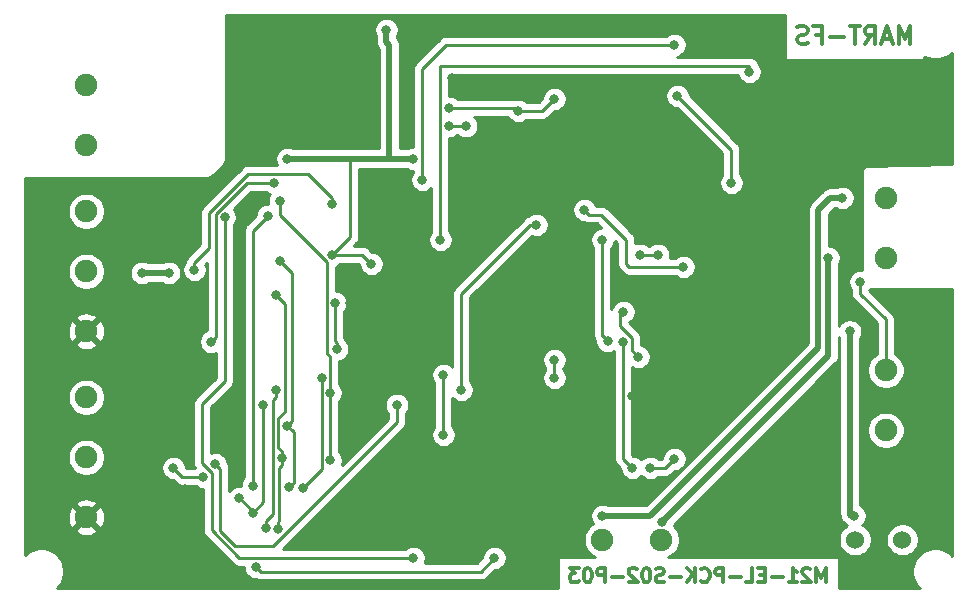
<source format=gbr>
G04 #@! TF.GenerationSoftware,KiCad,Pcbnew,(5.1.4)-1*
G04 #@! TF.CreationDate,2020-10-31T11:52:51+01:00*
G04 #@! TF.ProjectId,BSPD_v_1_0b,42535044-5f76-45f3-915f-30622e6b6963,rev?*
G04 #@! TF.SameCoordinates,Original*
G04 #@! TF.FileFunction,Copper,L2,Bot*
G04 #@! TF.FilePolarity,Positive*
%FSLAX46Y46*%
G04 Gerber Fmt 4.6, Leading zero omitted, Abs format (unit mm)*
G04 Created by KiCad (PCBNEW (5.1.4)-1) date 2020-10-31 11:52:51*
%MOMM*%
%LPD*%
G04 APERTURE LIST*
%ADD10C,0.300000*%
%ADD11C,1.900000*%
%ADD12C,1.524000*%
%ADD13C,0.800000*%
%ADD14C,0.250000*%
%ADD15C,0.500000*%
%ADD16C,0.254000*%
G04 APERTURE END LIST*
D10*
X161722000Y-30142571D02*
X161722000Y-28642571D01*
X161222000Y-29714000D01*
X160722000Y-28642571D01*
X160722000Y-30142571D01*
X160079142Y-29714000D02*
X159364857Y-29714000D01*
X160222000Y-30142571D02*
X159722000Y-28642571D01*
X159222000Y-30142571D01*
X157864857Y-30142571D02*
X158364857Y-29428285D01*
X158722000Y-30142571D02*
X158722000Y-28642571D01*
X158150571Y-28642571D01*
X158007714Y-28714000D01*
X157936285Y-28785428D01*
X157864857Y-28928285D01*
X157864857Y-29142571D01*
X157936285Y-29285428D01*
X158007714Y-29356857D01*
X158150571Y-29428285D01*
X158722000Y-29428285D01*
X157436285Y-28642571D02*
X156579142Y-28642571D01*
X157007714Y-30142571D02*
X157007714Y-28642571D01*
X156079142Y-29571142D02*
X154936285Y-29571142D01*
X153722000Y-29356857D02*
X154222000Y-29356857D01*
X154222000Y-30142571D02*
X154222000Y-28642571D01*
X153507714Y-28642571D01*
X153007714Y-30071142D02*
X152793428Y-30142571D01*
X152436285Y-30142571D01*
X152293428Y-30071142D01*
X152222000Y-29999714D01*
X152150571Y-29856857D01*
X152150571Y-29714000D01*
X152222000Y-29571142D01*
X152293428Y-29499714D01*
X152436285Y-29428285D01*
X152722000Y-29356857D01*
X152864857Y-29285428D01*
X152936285Y-29214000D01*
X153007714Y-29071142D01*
X153007714Y-28928285D01*
X152936285Y-28785428D01*
X152864857Y-28714000D01*
X152722000Y-28642571D01*
X152364857Y-28642571D01*
X152150571Y-28714000D01*
X154564000Y-75726857D02*
X154564000Y-74526857D01*
X154164000Y-75384000D01*
X153764000Y-74526857D01*
X153764000Y-75726857D01*
X153249714Y-74641142D02*
X153192571Y-74584000D01*
X153078285Y-74526857D01*
X152792571Y-74526857D01*
X152678285Y-74584000D01*
X152621142Y-74641142D01*
X152564000Y-74755428D01*
X152564000Y-74869714D01*
X152621142Y-75041142D01*
X153306857Y-75726857D01*
X152564000Y-75726857D01*
X151421142Y-75726857D02*
X152106857Y-75726857D01*
X151764000Y-75726857D02*
X151764000Y-74526857D01*
X151878285Y-74698285D01*
X151992571Y-74812571D01*
X152106857Y-74869714D01*
X150906857Y-75269714D02*
X149992571Y-75269714D01*
X149421142Y-75098285D02*
X149021142Y-75098285D01*
X148849714Y-75726857D02*
X149421142Y-75726857D01*
X149421142Y-74526857D01*
X148849714Y-74526857D01*
X147764000Y-75726857D02*
X148335428Y-75726857D01*
X148335428Y-74526857D01*
X147364000Y-75269714D02*
X146449714Y-75269714D01*
X145878285Y-75726857D02*
X145878285Y-74526857D01*
X145421142Y-74526857D01*
X145306857Y-74584000D01*
X145249714Y-74641142D01*
X145192571Y-74755428D01*
X145192571Y-74926857D01*
X145249714Y-75041142D01*
X145306857Y-75098285D01*
X145421142Y-75155428D01*
X145878285Y-75155428D01*
X143992571Y-75612571D02*
X144049714Y-75669714D01*
X144221142Y-75726857D01*
X144335428Y-75726857D01*
X144506857Y-75669714D01*
X144621142Y-75555428D01*
X144678285Y-75441142D01*
X144735428Y-75212571D01*
X144735428Y-75041142D01*
X144678285Y-74812571D01*
X144621142Y-74698285D01*
X144506857Y-74584000D01*
X144335428Y-74526857D01*
X144221142Y-74526857D01*
X144049714Y-74584000D01*
X143992571Y-74641142D01*
X143478285Y-75726857D02*
X143478285Y-74526857D01*
X142792571Y-75726857D02*
X143306857Y-75041142D01*
X142792571Y-74526857D02*
X143478285Y-75212571D01*
X142278285Y-75269714D02*
X141364000Y-75269714D01*
X140849714Y-75669714D02*
X140678285Y-75726857D01*
X140392571Y-75726857D01*
X140278285Y-75669714D01*
X140221142Y-75612571D01*
X140164000Y-75498285D01*
X140164000Y-75384000D01*
X140221142Y-75269714D01*
X140278285Y-75212571D01*
X140392571Y-75155428D01*
X140621142Y-75098285D01*
X140735428Y-75041142D01*
X140792571Y-74984000D01*
X140849714Y-74869714D01*
X140849714Y-74755428D01*
X140792571Y-74641142D01*
X140735428Y-74584000D01*
X140621142Y-74526857D01*
X140335428Y-74526857D01*
X140164000Y-74584000D01*
X139421142Y-74526857D02*
X139306857Y-74526857D01*
X139192571Y-74584000D01*
X139135428Y-74641142D01*
X139078285Y-74755428D01*
X139021142Y-74984000D01*
X139021142Y-75269714D01*
X139078285Y-75498285D01*
X139135428Y-75612571D01*
X139192571Y-75669714D01*
X139306857Y-75726857D01*
X139421142Y-75726857D01*
X139535428Y-75669714D01*
X139592571Y-75612571D01*
X139649714Y-75498285D01*
X139706857Y-75269714D01*
X139706857Y-74984000D01*
X139649714Y-74755428D01*
X139592571Y-74641142D01*
X139535428Y-74584000D01*
X139421142Y-74526857D01*
X138564000Y-74641142D02*
X138506857Y-74584000D01*
X138392571Y-74526857D01*
X138106857Y-74526857D01*
X137992571Y-74584000D01*
X137935428Y-74641142D01*
X137878285Y-74755428D01*
X137878285Y-74869714D01*
X137935428Y-75041142D01*
X138621142Y-75726857D01*
X137878285Y-75726857D01*
X137364000Y-75269714D02*
X136449714Y-75269714D01*
X135878285Y-75726857D02*
X135878285Y-74526857D01*
X135421142Y-74526857D01*
X135306857Y-74584000D01*
X135249714Y-74641142D01*
X135192571Y-74755428D01*
X135192571Y-74926857D01*
X135249714Y-75041142D01*
X135306857Y-75098285D01*
X135421142Y-75155428D01*
X135878285Y-75155428D01*
X134449714Y-74526857D02*
X134335428Y-74526857D01*
X134221142Y-74584000D01*
X134164000Y-74641142D01*
X134106857Y-74755428D01*
X134049714Y-74984000D01*
X134049714Y-75269714D01*
X134106857Y-75498285D01*
X134164000Y-75612571D01*
X134221142Y-75669714D01*
X134335428Y-75726857D01*
X134449714Y-75726857D01*
X134564000Y-75669714D01*
X134621142Y-75612571D01*
X134678285Y-75498285D01*
X134735428Y-75269714D01*
X134735428Y-74984000D01*
X134678285Y-74755428D01*
X134621142Y-74641142D01*
X134564000Y-74584000D01*
X134449714Y-74526857D01*
X133649714Y-74526857D02*
X132906857Y-74526857D01*
X133306857Y-74984000D01*
X133135428Y-74984000D01*
X133021142Y-75041142D01*
X132964000Y-75098285D01*
X132906857Y-75212571D01*
X132906857Y-75498285D01*
X132964000Y-75612571D01*
X133021142Y-75669714D01*
X133135428Y-75726857D01*
X133478285Y-75726857D01*
X133592571Y-75669714D01*
X133649714Y-75612571D01*
D11*
X159639000Y-57785000D03*
X159639000Y-62865000D03*
X159639000Y-43180000D03*
X159639000Y-48260000D03*
X91948000Y-33655000D03*
X91948000Y-38735000D03*
X91948000Y-54483000D03*
X91948000Y-49403000D03*
X91948000Y-44323000D03*
X91948000Y-60071000D03*
X91948000Y-65151000D03*
X91948000Y-70231000D03*
X135636000Y-72136000D03*
X140636000Y-72136000D03*
D12*
X157036000Y-72136000D03*
X161036000Y-72136000D03*
D13*
X119634000Y-39878000D03*
X108966000Y-39878000D03*
X141986000Y-34544000D03*
X146558000Y-41910000D03*
X139700000Y-66040000D03*
X141732000Y-65278000D03*
X138684000Y-56642000D03*
X137414000Y-52832000D03*
X99314000Y-66040000D03*
X101854000Y-66802000D03*
X106059000Y-69850000D03*
X104902000Y-68580000D03*
X106934000Y-60706000D03*
X112776000Y-48006000D03*
X122682000Y-35560000D03*
X128524000Y-35814000D03*
X116078000Y-48768000D03*
X131572000Y-34798000D03*
X117348000Y-28956000D03*
X105410000Y-36576000D03*
X107197000Y-36585000D03*
X108195000Y-36585000D03*
X109211000Y-36585000D03*
X110227000Y-36585000D03*
X100584000Y-47244000D03*
X101600000Y-51308000D03*
X116840000Y-67564000D03*
X123952000Y-69088000D03*
X131171000Y-67671000D03*
X137842203Y-67956617D03*
X117856000Y-43180000D03*
X125476000Y-41656000D03*
X128016000Y-33528000D03*
X138396000Y-33308000D03*
X142748000Y-40132000D03*
X149352000Y-50292000D03*
X149860000Y-65024000D03*
X111760000Y-71628000D03*
X100901500Y-57150000D03*
X130048000Y-48260000D03*
X137160000Y-41656000D03*
X150368000Y-34544000D03*
X129032000Y-59436000D03*
X130810000Y-59944000D03*
X125476000Y-54610000D03*
X138139010Y-59932500D03*
X114554000Y-62738000D03*
X116586000Y-57150000D03*
X114300000Y-52070000D03*
X100330000Y-67818000D03*
X122936000Y-33020000D03*
X118872000Y-33528000D03*
X102997000Y-60960000D03*
X101028500Y-54102000D03*
X104902000Y-54102000D03*
X113453750Y-34142250D03*
X112660000Y-34936000D03*
X111802750Y-35793250D03*
X121920000Y-46736000D03*
X148082000Y-32512000D03*
X120396000Y-41656000D03*
X141732000Y-30226000D03*
X124095022Y-37108076D03*
X122645010Y-37084000D03*
X131572000Y-58420000D03*
X131572000Y-56896000D03*
X135640653Y-46731347D03*
X136081057Y-55310250D03*
X96647000Y-49530000D03*
X98933000Y-49530000D03*
X140716000Y-70612000D03*
X154774010Y-48260000D03*
X135636000Y-70104000D03*
X155956000Y-43180000D03*
X157480000Y-50292000D03*
X138811000Y-48006000D03*
X140335000Y-48006000D03*
X113157000Y-56007000D03*
X113030000Y-52070000D03*
X122174000Y-58166000D03*
X122174000Y-63246000D03*
X107823000Y-41910000D03*
X102525990Y-55372000D03*
X118237000Y-60706000D03*
X102879320Y-65728996D03*
X134112000Y-44196000D03*
X142494000Y-49022000D03*
X123698000Y-59436000D03*
X130048000Y-45466000D03*
X137414000Y-55372000D03*
X138176000Y-66040000D03*
X156591000Y-54483000D03*
X156972000Y-70104000D03*
X101092000Y-49276000D03*
X112776000Y-43688000D03*
X107315000Y-44704000D03*
X106045000Y-67564000D03*
X112612010Y-65404512D03*
X112612010Y-59690000D03*
X108331000Y-43434000D03*
X108490021Y-65220854D03*
X108040010Y-51433551D03*
X108143976Y-71219507D03*
X109093000Y-67691000D03*
X108331000Y-48514000D03*
X108940032Y-62474212D03*
X119634000Y-73660000D03*
X103653375Y-44820354D03*
X126492000Y-73660000D03*
X106299000Y-74422000D03*
X108040010Y-59488701D03*
X107151010Y-71101000D03*
X111887000Y-58420000D03*
X110324442Y-67720238D03*
D14*
X141986000Y-34544000D02*
X146558000Y-39116000D01*
X146558000Y-39116000D02*
X146558000Y-41910000D01*
X139700000Y-66040000D02*
X140970000Y-66040000D01*
X140970000Y-66040000D02*
X141732000Y-65278000D01*
X138139001Y-55023999D02*
X137160000Y-54044998D01*
X138684000Y-56642000D02*
X138139001Y-56097001D01*
X138139001Y-56097001D02*
X138139001Y-55023999D01*
X137160000Y-54044998D02*
X137160000Y-53086000D01*
X137160000Y-53086000D02*
X137414000Y-52832000D01*
X100076000Y-66802000D02*
X101854000Y-66802000D01*
X99314000Y-66040000D02*
X100076000Y-66802000D01*
X106059000Y-69850000D02*
X106059000Y-69737000D01*
X106059000Y-69737000D02*
X104902000Y-68580000D01*
X106934000Y-68975000D02*
X106059000Y-69850000D01*
X106934000Y-60706000D02*
X106934000Y-68975000D01*
X114300000Y-46482000D02*
X112776000Y-48006000D01*
X114300000Y-39878000D02*
X114300000Y-46482000D01*
X114300000Y-39878000D02*
X108966000Y-39878000D01*
X119634000Y-39878000D02*
X114300000Y-39878000D01*
X122682000Y-35560000D02*
X128270000Y-35560000D01*
X128270000Y-35560000D02*
X128524000Y-35814000D01*
X112776000Y-48006000D02*
X115316000Y-48006000D01*
X115316000Y-48006000D02*
X116078000Y-48768000D01*
X128524000Y-35814000D02*
X130556000Y-35814000D01*
X130556000Y-35814000D02*
X131572000Y-34798000D01*
D15*
X117602000Y-39878000D02*
X117602000Y-30226000D01*
X117602000Y-39878000D02*
X119634000Y-39878000D01*
X108966000Y-39878000D02*
X117602000Y-39878000D01*
X117602000Y-30226000D02*
X117348000Y-29972000D01*
X117348000Y-29972000D02*
X117348000Y-28956000D01*
D14*
X123444000Y-33528000D02*
X122936000Y-33020000D01*
X128016000Y-33528000D02*
X123444000Y-33528000D01*
X101092000Y-56330315D02*
X101028500Y-56266815D01*
X101092000Y-56896000D02*
X101092000Y-56330315D01*
X101028500Y-56266815D02*
X101028500Y-54102000D01*
X121920000Y-46736000D02*
X121920000Y-32004000D01*
X121920000Y-32004000D02*
X148082000Y-32004000D01*
X148082000Y-32004000D02*
X148082000Y-32512000D01*
X120396000Y-41656000D02*
X120396000Y-32258000D01*
X120396000Y-32258000D02*
X122428000Y-30226000D01*
X122428000Y-30226000D02*
X141732000Y-30226000D01*
X122645010Y-37084000D02*
X124070946Y-37084000D01*
X124070946Y-37084000D02*
X124095022Y-37108076D01*
X131572000Y-58420000D02*
X131572000Y-56896000D01*
X135681058Y-54910251D02*
X136081057Y-55310250D01*
X135640653Y-54869846D02*
X135681058Y-54910251D01*
X135640653Y-46731347D02*
X135640653Y-54869846D01*
D15*
X96647000Y-49530000D02*
X98933000Y-49530000D01*
X140716000Y-70612000D02*
X154774010Y-56553990D01*
X154774010Y-48825685D02*
X154774010Y-48260000D01*
X154774010Y-56553990D02*
X154774010Y-48825685D01*
X135636000Y-70104000D02*
X139700000Y-70104000D01*
X139700000Y-70104000D02*
X153924000Y-55880000D01*
X153924000Y-55880000D02*
X153924000Y-44196000D01*
X153924000Y-44196000D02*
X154940000Y-43180000D01*
X154940000Y-43180000D02*
X155956000Y-43180000D01*
D14*
X159639000Y-53467000D02*
X159639000Y-57785000D01*
X157480000Y-50292000D02*
X157480000Y-51308000D01*
X157480000Y-51308000D02*
X159639000Y-53467000D01*
X138811000Y-48006000D02*
X139376685Y-48006000D01*
X139376685Y-48006000D02*
X140335000Y-48006000D01*
X113157000Y-55441315D02*
X113030000Y-55314315D01*
X113157000Y-56007000D02*
X113157000Y-55441315D01*
X113030000Y-55314315D02*
X113030000Y-52070000D01*
X122174000Y-58731685D02*
X122174000Y-63246000D01*
X122174000Y-58166000D02*
X122174000Y-58731685D01*
X102925989Y-54972001D02*
X102525990Y-55372000D01*
X102925989Y-44522421D02*
X102925989Y-54972001D01*
X105538410Y-41910000D02*
X102925989Y-44522421D01*
X107823000Y-41910000D02*
X105538410Y-41910000D01*
X118237000Y-60706000D02*
X118237000Y-62199485D01*
X118237000Y-62199485D02*
X107792485Y-72644000D01*
X103279319Y-66128995D02*
X102879320Y-65728996D01*
X107792485Y-72644000D02*
X104521000Y-72644000D01*
X104521000Y-72644000D02*
X103279319Y-71402319D01*
X103279319Y-71402319D02*
X103279319Y-66128995D01*
X134511999Y-44595999D02*
X135527999Y-44595999D01*
X134112000Y-44196000D02*
X134511999Y-44595999D01*
X135527999Y-44595999D02*
X137668000Y-46736000D01*
X137668000Y-46736000D02*
X137668000Y-48768000D01*
X137668000Y-48768000D02*
X137922000Y-49022000D01*
X137922000Y-49022000D02*
X142494000Y-49022000D01*
X123698000Y-59436000D02*
X123698000Y-58870315D01*
X123698000Y-58870315D02*
X123698000Y-51308000D01*
X123698000Y-51308000D02*
X129540000Y-45466000D01*
X129540000Y-45466000D02*
X130048000Y-45466000D01*
X137414000Y-65278000D02*
X138176000Y-66040000D01*
X137414000Y-55372000D02*
X137414000Y-65278000D01*
X156591000Y-56388000D02*
X156591000Y-55822315D01*
X156591000Y-55822315D02*
X156591000Y-54483000D01*
D15*
X156591000Y-54483000D02*
X156591000Y-69977000D01*
X156591000Y-69977000D02*
X156718000Y-70104000D01*
X156718000Y-70104000D02*
X156972000Y-70104000D01*
D14*
X101092000Y-48710315D02*
X102362000Y-47440315D01*
X101092000Y-49276000D02*
X101092000Y-48710315D01*
X102362000Y-47440315D02*
X102362000Y-44450000D01*
X102362000Y-44450000D02*
X105664000Y-41148000D01*
X105664000Y-41148000D02*
X110744000Y-41148000D01*
X110744000Y-41148000D02*
X112776000Y-43180000D01*
X112776000Y-43180000D02*
X112776000Y-43688000D01*
X106045000Y-45974000D02*
X106045000Y-66998315D01*
X106045000Y-66998315D02*
X106045000Y-67564000D01*
X107315000Y-44704000D02*
X106045000Y-45974000D01*
X112612010Y-65404512D02*
X112612010Y-64838827D01*
X112612010Y-64838827D02*
X112612010Y-59690000D01*
X108331000Y-44634004D02*
X112304998Y-48608002D01*
X112612010Y-56662012D02*
X112612010Y-59124315D01*
X112612010Y-59124315D02*
X112612010Y-59690000D01*
X112304998Y-56355000D02*
X112612010Y-56662012D01*
X108331000Y-43434000D02*
X108331000Y-44634004D01*
X112304998Y-48608002D02*
X112304998Y-56355000D01*
X108215022Y-64380170D02*
X108490021Y-64655169D01*
X108040010Y-51433551D02*
X108765012Y-52158553D01*
X108490021Y-64655169D02*
X108490021Y-65220854D01*
X108215022Y-61840798D02*
X108215022Y-64380170D01*
X108765012Y-61290808D02*
X108215022Y-61840798D01*
X108765012Y-52158553D02*
X108765012Y-61290808D01*
X108490021Y-65220854D02*
X108490021Y-65786539D01*
X108225718Y-66050842D02*
X108225718Y-70572080D01*
X108490021Y-65786539D02*
X108225718Y-66050842D01*
X108143976Y-70653822D02*
X108143976Y-71219507D01*
X108225718Y-70572080D02*
X108143976Y-70653822D01*
X109340031Y-62074213D02*
X108940032Y-62474212D01*
X109340031Y-62874211D02*
X108940032Y-62474212D01*
X109492999Y-67291001D02*
X109492999Y-63027179D01*
X108331000Y-48514000D02*
X109340031Y-49523031D01*
X109340031Y-49523031D02*
X109340031Y-62074213D01*
X109492999Y-63027179D02*
X109340031Y-62874211D01*
X109093000Y-67691000D02*
X109492999Y-67291001D01*
X119634000Y-73660000D02*
X104900590Y-73660000D01*
X103653375Y-58722623D02*
X103653375Y-45386039D01*
X104900590Y-73660000D02*
X102579002Y-71338412D01*
X101763999Y-60611999D02*
X103653375Y-58722623D01*
X101763999Y-65638995D02*
X101763999Y-60611999D01*
X103653375Y-45386039D02*
X103653375Y-44820354D01*
X102579002Y-66453998D02*
X101763999Y-65638995D01*
X102579002Y-71338412D02*
X102579002Y-66453998D01*
X106698999Y-74821999D02*
X106299000Y-74422000D01*
X125330001Y-74821999D02*
X106698999Y-74821999D01*
X126492000Y-73660000D02*
X125330001Y-74821999D01*
X107765011Y-69921314D02*
X107151010Y-70535315D01*
X108040010Y-60054386D02*
X107765011Y-60329385D01*
X107151010Y-70535315D02*
X107151010Y-71101000D01*
X107765011Y-60329385D02*
X107765011Y-69921314D01*
X108040010Y-59488701D02*
X108040010Y-60054386D01*
X111887000Y-66157680D02*
X110724441Y-67320239D01*
X110724441Y-67320239D02*
X110324442Y-67720238D01*
X111887000Y-58420000D02*
X111887000Y-66157680D01*
D16*
G36*
X151079857Y-31494000D02*
G01*
X162864143Y-31494000D01*
X162864143Y-31239221D01*
X163175340Y-31368123D01*
X163608949Y-31454373D01*
X164051051Y-31454373D01*
X164484660Y-31368123D01*
X164893109Y-31198938D01*
X165254722Y-30957317D01*
X165256829Y-40284977D01*
X157930061Y-40507000D01*
X157905370Y-40510190D01*
X157881776Y-40518135D01*
X157860185Y-40530531D01*
X157842755Y-40545510D01*
X157642847Y-40751568D01*
X157627347Y-40771050D01*
X157615945Y-40793182D01*
X157609079Y-40817113D01*
X157607000Y-40840000D01*
X157607000Y-49261985D01*
X157581939Y-49257000D01*
X157378061Y-49257000D01*
X157178102Y-49296774D01*
X156989744Y-49374795D01*
X156820226Y-49488063D01*
X156676063Y-49632226D01*
X156562795Y-49801744D01*
X156484774Y-49990102D01*
X156445000Y-50190061D01*
X156445000Y-50393939D01*
X156484774Y-50593898D01*
X156562795Y-50782256D01*
X156676063Y-50951774D01*
X156720001Y-50995712D01*
X156720001Y-51270667D01*
X156716324Y-51308000D01*
X156720001Y-51345333D01*
X156726393Y-51410226D01*
X156730998Y-51456985D01*
X156774454Y-51600246D01*
X156845026Y-51732276D01*
X156916201Y-51819002D01*
X156940000Y-51848001D01*
X156968998Y-51871799D01*
X158879000Y-53781802D01*
X158879001Y-56386552D01*
X158628621Y-56553850D01*
X158407850Y-56774621D01*
X158234391Y-57034221D01*
X158114911Y-57322673D01*
X158054000Y-57628891D01*
X158054000Y-57941109D01*
X158114911Y-58247327D01*
X158234391Y-58535779D01*
X158407850Y-58795379D01*
X158628621Y-59016150D01*
X158888221Y-59189609D01*
X159176673Y-59309089D01*
X159482891Y-59370000D01*
X159795109Y-59370000D01*
X160101327Y-59309089D01*
X160389779Y-59189609D01*
X160649379Y-59016150D01*
X160870150Y-58795379D01*
X161043609Y-58535779D01*
X161163089Y-58247327D01*
X161224000Y-57941109D01*
X161224000Y-57628891D01*
X161163089Y-57322673D01*
X161043609Y-57034221D01*
X160870150Y-56774621D01*
X160649379Y-56553850D01*
X160399000Y-56386552D01*
X160399000Y-53504322D01*
X160402676Y-53466999D01*
X160399000Y-53429676D01*
X160399000Y-53429667D01*
X160388003Y-53318014D01*
X160344546Y-53174753D01*
X160273975Y-53042725D01*
X160273974Y-53042723D01*
X160202799Y-52955997D01*
X160179001Y-52926999D01*
X160150004Y-52903202D01*
X158241256Y-50994455D01*
X158283937Y-50951774D01*
X158300490Y-50927000D01*
X165259234Y-50927000D01*
X165264330Y-73485856D01*
X165070239Y-73291765D01*
X164751581Y-73078844D01*
X164397507Y-72932182D01*
X164021624Y-72857414D01*
X163638376Y-72857414D01*
X163262493Y-72932182D01*
X162908419Y-73078844D01*
X162589761Y-73291765D01*
X162318765Y-73562761D01*
X162105844Y-73881419D01*
X161959182Y-74235493D01*
X161884414Y-74611376D01*
X161884414Y-74994624D01*
X161959182Y-75370507D01*
X162105844Y-75724581D01*
X162318765Y-76043239D01*
X162502526Y-76227000D01*
X155634715Y-76227000D01*
X155634715Y-73610000D01*
X141219253Y-73610000D01*
X141386779Y-73540609D01*
X141646379Y-73367150D01*
X141867150Y-73146379D01*
X142040609Y-72886779D01*
X142160089Y-72598327D01*
X142221000Y-72292109D01*
X142221000Y-71979891D01*
X142160089Y-71673673D01*
X142040609Y-71385221D01*
X141867150Y-71125621D01*
X141694883Y-70953354D01*
X141711226Y-70913898D01*
X141722535Y-70857043D01*
X155369061Y-57210518D01*
X155402827Y-57182807D01*
X155444314Y-57132256D01*
X155513420Y-57048050D01*
X155513421Y-57048049D01*
X155595599Y-56894303D01*
X155646205Y-56727480D01*
X155659010Y-56597467D01*
X155659010Y-56597457D01*
X155663291Y-56553991D01*
X155659010Y-56510525D01*
X155659010Y-54937562D01*
X155673795Y-54973256D01*
X155706000Y-55021454D01*
X155706001Y-69933521D01*
X155701719Y-69977000D01*
X155718805Y-70150490D01*
X155769412Y-70317313D01*
X155851590Y-70471059D01*
X155934468Y-70572046D01*
X155934471Y-70572049D01*
X155962184Y-70605817D01*
X155995952Y-70633530D01*
X156061466Y-70699044D01*
X156089183Y-70732817D01*
X156223941Y-70843411D01*
X156274981Y-70870692D01*
X156312226Y-70907937D01*
X156335810Y-70923695D01*
X156145465Y-71050880D01*
X155950880Y-71245465D01*
X155797995Y-71474273D01*
X155692686Y-71728510D01*
X155639000Y-71998408D01*
X155639000Y-72273592D01*
X155692686Y-72543490D01*
X155797995Y-72797727D01*
X155950880Y-73026535D01*
X156145465Y-73221120D01*
X156374273Y-73374005D01*
X156628510Y-73479314D01*
X156898408Y-73533000D01*
X157173592Y-73533000D01*
X157443490Y-73479314D01*
X157697727Y-73374005D01*
X157926535Y-73221120D01*
X158121120Y-73026535D01*
X158274005Y-72797727D01*
X158379314Y-72543490D01*
X158433000Y-72273592D01*
X158433000Y-71998408D01*
X159639000Y-71998408D01*
X159639000Y-72273592D01*
X159692686Y-72543490D01*
X159797995Y-72797727D01*
X159950880Y-73026535D01*
X160145465Y-73221120D01*
X160374273Y-73374005D01*
X160628510Y-73479314D01*
X160898408Y-73533000D01*
X161173592Y-73533000D01*
X161443490Y-73479314D01*
X161697727Y-73374005D01*
X161926535Y-73221120D01*
X162121120Y-73026535D01*
X162274005Y-72797727D01*
X162379314Y-72543490D01*
X162433000Y-72273592D01*
X162433000Y-71998408D01*
X162379314Y-71728510D01*
X162274005Y-71474273D01*
X162121120Y-71245465D01*
X161926535Y-71050880D01*
X161697727Y-70897995D01*
X161443490Y-70792686D01*
X161173592Y-70739000D01*
X160898408Y-70739000D01*
X160628510Y-70792686D01*
X160374273Y-70897995D01*
X160145465Y-71050880D01*
X159950880Y-71245465D01*
X159797995Y-71474273D01*
X159692686Y-71728510D01*
X159639000Y-71998408D01*
X158433000Y-71998408D01*
X158379314Y-71728510D01*
X158274005Y-71474273D01*
X158121120Y-71245465D01*
X157926535Y-71050880D01*
X157697727Y-70897995D01*
X157658121Y-70881590D01*
X157775937Y-70763774D01*
X157889205Y-70594256D01*
X157967226Y-70405898D01*
X158007000Y-70205939D01*
X158007000Y-70002061D01*
X157967226Y-69802102D01*
X157889205Y-69613744D01*
X157775937Y-69444226D01*
X157631774Y-69300063D01*
X157476000Y-69195978D01*
X157476000Y-62708891D01*
X158054000Y-62708891D01*
X158054000Y-63021109D01*
X158114911Y-63327327D01*
X158234391Y-63615779D01*
X158407850Y-63875379D01*
X158628621Y-64096150D01*
X158888221Y-64269609D01*
X159176673Y-64389089D01*
X159482891Y-64450000D01*
X159795109Y-64450000D01*
X160101327Y-64389089D01*
X160389779Y-64269609D01*
X160649379Y-64096150D01*
X160870150Y-63875379D01*
X161043609Y-63615779D01*
X161163089Y-63327327D01*
X161224000Y-63021109D01*
X161224000Y-62708891D01*
X161163089Y-62402673D01*
X161043609Y-62114221D01*
X160870150Y-61854621D01*
X160649379Y-61633850D01*
X160389779Y-61460391D01*
X160101327Y-61340911D01*
X159795109Y-61280000D01*
X159482891Y-61280000D01*
X159176673Y-61340911D01*
X158888221Y-61460391D01*
X158628621Y-61633850D01*
X158407850Y-61854621D01*
X158234391Y-62114221D01*
X158114911Y-62402673D01*
X158054000Y-62708891D01*
X157476000Y-62708891D01*
X157476000Y-55021454D01*
X157508205Y-54973256D01*
X157586226Y-54784898D01*
X157626000Y-54584939D01*
X157626000Y-54381061D01*
X157586226Y-54181102D01*
X157508205Y-53992744D01*
X157394937Y-53823226D01*
X157250774Y-53679063D01*
X157081256Y-53565795D01*
X156892898Y-53487774D01*
X156692939Y-53448000D01*
X156489061Y-53448000D01*
X156289102Y-53487774D01*
X156100744Y-53565795D01*
X155931226Y-53679063D01*
X155787063Y-53823226D01*
X155673795Y-53992744D01*
X155659010Y-54028438D01*
X155659010Y-48798454D01*
X155691215Y-48750256D01*
X155769236Y-48561898D01*
X155809010Y-48361939D01*
X155809010Y-48158061D01*
X155769236Y-47958102D01*
X155691215Y-47769744D01*
X155577947Y-47600226D01*
X155433784Y-47456063D01*
X155264266Y-47342795D01*
X155075908Y-47264774D01*
X154875949Y-47225000D01*
X154809000Y-47225000D01*
X154809000Y-44562578D01*
X155306579Y-44065000D01*
X155417546Y-44065000D01*
X155465744Y-44097205D01*
X155654102Y-44175226D01*
X155854061Y-44215000D01*
X156057939Y-44215000D01*
X156257898Y-44175226D01*
X156446256Y-44097205D01*
X156615774Y-43983937D01*
X156759937Y-43839774D01*
X156873205Y-43670256D01*
X156951226Y-43481898D01*
X156991000Y-43281939D01*
X156991000Y-43078061D01*
X156951226Y-42878102D01*
X156873205Y-42689744D01*
X156759937Y-42520226D01*
X156615774Y-42376063D01*
X156446256Y-42262795D01*
X156257898Y-42184774D01*
X156057939Y-42145000D01*
X155854061Y-42145000D01*
X155654102Y-42184774D01*
X155465744Y-42262795D01*
X155417546Y-42295000D01*
X154983469Y-42295000D01*
X154940000Y-42290719D01*
X154896531Y-42295000D01*
X154896523Y-42295000D01*
X154781306Y-42306348D01*
X154766509Y-42307805D01*
X154740240Y-42315774D01*
X154599687Y-42358411D01*
X154445941Y-42440589D01*
X154445939Y-42440590D01*
X154445940Y-42440590D01*
X154344953Y-42523468D01*
X154344951Y-42523470D01*
X154311183Y-42551183D01*
X154283470Y-42584951D01*
X153328951Y-43539471D01*
X153295184Y-43567183D01*
X153267471Y-43600951D01*
X153267468Y-43600954D01*
X153184590Y-43701941D01*
X153102412Y-43855687D01*
X153051805Y-44022510D01*
X153034719Y-44196000D01*
X153039001Y-44239479D01*
X153039000Y-55513421D01*
X139333422Y-69219000D01*
X136174454Y-69219000D01*
X136126256Y-69186795D01*
X135937898Y-69108774D01*
X135737939Y-69069000D01*
X135534061Y-69069000D01*
X135334102Y-69108774D01*
X135145744Y-69186795D01*
X134976226Y-69300063D01*
X134832063Y-69444226D01*
X134718795Y-69613744D01*
X134640774Y-69802102D01*
X134601000Y-70002061D01*
X134601000Y-70205939D01*
X134640774Y-70405898D01*
X134718795Y-70594256D01*
X134832063Y-70763774D01*
X134833943Y-70765654D01*
X134625621Y-70904850D01*
X134404850Y-71125621D01*
X134231391Y-71385221D01*
X134111911Y-71673673D01*
X134051000Y-71979891D01*
X134051000Y-72292109D01*
X134111911Y-72598327D01*
X134231391Y-72886779D01*
X134404850Y-73146379D01*
X134625621Y-73367150D01*
X134885221Y-73540609D01*
X135052747Y-73610000D01*
X131893286Y-73610000D01*
X131893286Y-76227000D01*
X89465474Y-76227000D01*
X89649235Y-76043239D01*
X89862156Y-75724581D01*
X90008818Y-75370507D01*
X90083586Y-74994624D01*
X90083586Y-74611376D01*
X90008818Y-74235493D01*
X89862156Y-73881419D01*
X89649235Y-73562761D01*
X89378239Y-73291765D01*
X89059581Y-73078844D01*
X88705507Y-72932182D01*
X88329624Y-72857414D01*
X87946376Y-72857414D01*
X87570493Y-72932182D01*
X87216419Y-73078844D01*
X86897761Y-73291765D01*
X86735256Y-73454270D01*
X86735447Y-71330752D01*
X91027853Y-71330752D01*
X91117579Y-71590042D01*
X91398671Y-71725935D01*
X91700873Y-71804379D01*
X92012573Y-71822359D01*
X92321791Y-71779184D01*
X92616644Y-71676513D01*
X92778421Y-71590042D01*
X92868147Y-71330752D01*
X91948000Y-70410605D01*
X91027853Y-71330752D01*
X86735447Y-71330752D01*
X86735541Y-70295573D01*
X90356641Y-70295573D01*
X90399816Y-70604791D01*
X90502487Y-70899644D01*
X90588958Y-71061421D01*
X90848248Y-71151147D01*
X91768395Y-70231000D01*
X92127605Y-70231000D01*
X93047752Y-71151147D01*
X93307042Y-71061421D01*
X93442935Y-70780329D01*
X93521379Y-70478127D01*
X93539359Y-70166427D01*
X93496184Y-69857209D01*
X93393513Y-69562356D01*
X93307042Y-69400579D01*
X93047752Y-69310853D01*
X92127605Y-70231000D01*
X91768395Y-70231000D01*
X90848248Y-69310853D01*
X90588958Y-69400579D01*
X90453065Y-69681671D01*
X90374621Y-69983873D01*
X90356641Y-70295573D01*
X86735541Y-70295573D01*
X86735645Y-69131248D01*
X91027853Y-69131248D01*
X91948000Y-70051395D01*
X92868147Y-69131248D01*
X92778421Y-68871958D01*
X92497329Y-68736065D01*
X92195127Y-68657621D01*
X91883427Y-68639641D01*
X91574209Y-68682816D01*
X91279356Y-68785487D01*
X91117579Y-68871958D01*
X91027853Y-69131248D01*
X86735645Y-69131248D01*
X86736019Y-64994891D01*
X90363000Y-64994891D01*
X90363000Y-65307109D01*
X90423911Y-65613327D01*
X90543391Y-65901779D01*
X90716850Y-66161379D01*
X90937621Y-66382150D01*
X91197221Y-66555609D01*
X91485673Y-66675089D01*
X91791891Y-66736000D01*
X92104109Y-66736000D01*
X92410327Y-66675089D01*
X92698779Y-66555609D01*
X92958379Y-66382150D01*
X93179150Y-66161379D01*
X93328366Y-65938061D01*
X98279000Y-65938061D01*
X98279000Y-66141939D01*
X98318774Y-66341898D01*
X98396795Y-66530256D01*
X98510063Y-66699774D01*
X98654226Y-66843937D01*
X98823744Y-66957205D01*
X99012102Y-67035226D01*
X99212061Y-67075000D01*
X99274198Y-67075000D01*
X99512201Y-67313002D01*
X99535999Y-67342001D01*
X99651724Y-67436974D01*
X99783753Y-67507546D01*
X99927014Y-67551003D01*
X100038667Y-67562000D01*
X100038675Y-67562000D01*
X100076000Y-67565676D01*
X100113325Y-67562000D01*
X101150289Y-67562000D01*
X101194226Y-67605937D01*
X101363744Y-67719205D01*
X101552102Y-67797226D01*
X101752061Y-67837000D01*
X101819003Y-67837000D01*
X101819002Y-71301089D01*
X101815326Y-71338412D01*
X101819002Y-71375734D01*
X101819002Y-71375744D01*
X101829999Y-71487397D01*
X101861504Y-71591256D01*
X101873456Y-71630658D01*
X101944028Y-71762688D01*
X101978243Y-71804379D01*
X102039001Y-71878413D01*
X102068005Y-71902216D01*
X104336791Y-74171003D01*
X104360589Y-74200001D01*
X104476314Y-74294974D01*
X104608343Y-74365546D01*
X104751604Y-74409003D01*
X104863257Y-74420000D01*
X104863266Y-74420000D01*
X104900589Y-74423676D01*
X104937912Y-74420000D01*
X105264000Y-74420000D01*
X105264000Y-74523939D01*
X105303774Y-74723898D01*
X105381795Y-74912256D01*
X105495063Y-75081774D01*
X105639226Y-75225937D01*
X105808744Y-75339205D01*
X105997102Y-75417226D01*
X106197061Y-75457000D01*
X106274774Y-75457000D01*
X106406752Y-75527545D01*
X106550013Y-75571002D01*
X106661666Y-75581999D01*
X106661676Y-75581999D01*
X106698998Y-75585675D01*
X106736321Y-75581999D01*
X125292679Y-75581999D01*
X125330001Y-75585675D01*
X125367323Y-75581999D01*
X125367334Y-75581999D01*
X125478987Y-75571002D01*
X125622248Y-75527545D01*
X125754277Y-75456973D01*
X125870002Y-75362000D01*
X125893805Y-75332996D01*
X126531802Y-74695000D01*
X126593939Y-74695000D01*
X126793898Y-74655226D01*
X126982256Y-74577205D01*
X127151774Y-74463937D01*
X127295937Y-74319774D01*
X127409205Y-74150256D01*
X127487226Y-73961898D01*
X127527000Y-73761939D01*
X127527000Y-73558061D01*
X127487226Y-73358102D01*
X127409205Y-73169744D01*
X127295937Y-73000226D01*
X127151774Y-72856063D01*
X126982256Y-72742795D01*
X126793898Y-72664774D01*
X126593939Y-72625000D01*
X126390061Y-72625000D01*
X126190102Y-72664774D01*
X126001744Y-72742795D01*
X125832226Y-72856063D01*
X125688063Y-73000226D01*
X125574795Y-73169744D01*
X125496774Y-73358102D01*
X125457000Y-73558061D01*
X125457000Y-73620198D01*
X125015200Y-74061999D01*
X120587763Y-74061999D01*
X120629226Y-73961898D01*
X120669000Y-73761939D01*
X120669000Y-73558061D01*
X120629226Y-73358102D01*
X120551205Y-73169744D01*
X120437937Y-73000226D01*
X120293774Y-72856063D01*
X120124256Y-72742795D01*
X119935898Y-72664774D01*
X119735939Y-72625000D01*
X119532061Y-72625000D01*
X119332102Y-72664774D01*
X119143744Y-72742795D01*
X118974226Y-72856063D01*
X118930289Y-72900000D01*
X108611286Y-72900000D01*
X118748003Y-62763284D01*
X118777001Y-62739486D01*
X118871974Y-62623761D01*
X118942546Y-62491732D01*
X118986003Y-62348471D01*
X118997000Y-62236818D01*
X118997000Y-62236810D01*
X119000676Y-62199485D01*
X118997000Y-62162160D01*
X118997000Y-61409711D01*
X119040937Y-61365774D01*
X119154205Y-61196256D01*
X119232226Y-61007898D01*
X119272000Y-60807939D01*
X119272000Y-60604061D01*
X119232226Y-60404102D01*
X119154205Y-60215744D01*
X119040937Y-60046226D01*
X118896774Y-59902063D01*
X118727256Y-59788795D01*
X118538898Y-59710774D01*
X118338939Y-59671000D01*
X118135061Y-59671000D01*
X117935102Y-59710774D01*
X117746744Y-59788795D01*
X117577226Y-59902063D01*
X117433063Y-60046226D01*
X117319795Y-60215744D01*
X117241774Y-60404102D01*
X117202000Y-60604061D01*
X117202000Y-60807939D01*
X117241774Y-61007898D01*
X117319795Y-61196256D01*
X117433063Y-61365774D01*
X117477000Y-61409711D01*
X117477001Y-61884682D01*
X113573268Y-65788415D01*
X113607236Y-65706410D01*
X113647010Y-65506451D01*
X113647010Y-65302573D01*
X113607236Y-65102614D01*
X113529215Y-64914256D01*
X113415947Y-64744738D01*
X113372010Y-64700801D01*
X113372010Y-60393711D01*
X113415947Y-60349774D01*
X113529215Y-60180256D01*
X113607236Y-59991898D01*
X113647010Y-59791939D01*
X113647010Y-59588061D01*
X113607236Y-59388102D01*
X113529215Y-59199744D01*
X113415947Y-59030226D01*
X113372010Y-58986289D01*
X113372010Y-58064061D01*
X121139000Y-58064061D01*
X121139000Y-58267939D01*
X121178774Y-58467898D01*
X121256795Y-58656256D01*
X121370063Y-58825774D01*
X121414000Y-58869711D01*
X121414001Y-62542288D01*
X121370063Y-62586226D01*
X121256795Y-62755744D01*
X121178774Y-62944102D01*
X121139000Y-63144061D01*
X121139000Y-63347939D01*
X121178774Y-63547898D01*
X121256795Y-63736256D01*
X121370063Y-63905774D01*
X121514226Y-64049937D01*
X121683744Y-64163205D01*
X121872102Y-64241226D01*
X122072061Y-64281000D01*
X122275939Y-64281000D01*
X122475898Y-64241226D01*
X122664256Y-64163205D01*
X122833774Y-64049937D01*
X122977937Y-63905774D01*
X123091205Y-63736256D01*
X123169226Y-63547898D01*
X123209000Y-63347939D01*
X123209000Y-63144061D01*
X123169226Y-62944102D01*
X123091205Y-62755744D01*
X122977937Y-62586226D01*
X122934000Y-62542289D01*
X122934000Y-60135711D01*
X123038226Y-60239937D01*
X123207744Y-60353205D01*
X123396102Y-60431226D01*
X123596061Y-60471000D01*
X123799939Y-60471000D01*
X123999898Y-60431226D01*
X124188256Y-60353205D01*
X124357774Y-60239937D01*
X124501937Y-60095774D01*
X124615205Y-59926256D01*
X124693226Y-59737898D01*
X124733000Y-59537939D01*
X124733000Y-59334061D01*
X124693226Y-59134102D01*
X124615205Y-58945744D01*
X124501937Y-58776226D01*
X124458000Y-58732289D01*
X124458000Y-56794061D01*
X130537000Y-56794061D01*
X130537000Y-56997939D01*
X130576774Y-57197898D01*
X130654795Y-57386256D01*
X130768063Y-57555774D01*
X130812001Y-57599712D01*
X130812000Y-57716289D01*
X130768063Y-57760226D01*
X130654795Y-57929744D01*
X130576774Y-58118102D01*
X130537000Y-58318061D01*
X130537000Y-58521939D01*
X130576774Y-58721898D01*
X130654795Y-58910256D01*
X130768063Y-59079774D01*
X130912226Y-59223937D01*
X131081744Y-59337205D01*
X131270102Y-59415226D01*
X131470061Y-59455000D01*
X131673939Y-59455000D01*
X131873898Y-59415226D01*
X132062256Y-59337205D01*
X132231774Y-59223937D01*
X132375937Y-59079774D01*
X132489205Y-58910256D01*
X132567226Y-58721898D01*
X132607000Y-58521939D01*
X132607000Y-58318061D01*
X132567226Y-58118102D01*
X132489205Y-57929744D01*
X132375937Y-57760226D01*
X132332000Y-57716289D01*
X132332000Y-57599711D01*
X132375937Y-57555774D01*
X132489205Y-57386256D01*
X132567226Y-57197898D01*
X132607000Y-56997939D01*
X132607000Y-56794061D01*
X132567226Y-56594102D01*
X132489205Y-56405744D01*
X132375937Y-56236226D01*
X132231774Y-56092063D01*
X132062256Y-55978795D01*
X131873898Y-55900774D01*
X131673939Y-55861000D01*
X131470061Y-55861000D01*
X131270102Y-55900774D01*
X131081744Y-55978795D01*
X130912226Y-56092063D01*
X130768063Y-56236226D01*
X130654795Y-56405744D01*
X130576774Y-56594102D01*
X130537000Y-56794061D01*
X124458000Y-56794061D01*
X124458000Y-51622801D01*
X129656635Y-46424167D01*
X129746102Y-46461226D01*
X129946061Y-46501000D01*
X130149939Y-46501000D01*
X130349898Y-46461226D01*
X130538256Y-46383205D01*
X130707774Y-46269937D01*
X130851937Y-46125774D01*
X130965205Y-45956256D01*
X131043226Y-45767898D01*
X131083000Y-45567939D01*
X131083000Y-45364061D01*
X131043226Y-45164102D01*
X130965205Y-44975744D01*
X130851937Y-44806226D01*
X130707774Y-44662063D01*
X130538256Y-44548795D01*
X130349898Y-44470774D01*
X130149939Y-44431000D01*
X129946061Y-44431000D01*
X129746102Y-44470774D01*
X129557744Y-44548795D01*
X129388226Y-44662063D01*
X129308158Y-44742131D01*
X129247753Y-44760454D01*
X129115724Y-44831026D01*
X128999999Y-44925999D01*
X128976201Y-44954997D01*
X123186998Y-50744201D01*
X123158000Y-50767999D01*
X123134202Y-50796997D01*
X123134201Y-50796998D01*
X123063026Y-50883724D01*
X122992454Y-51015754D01*
X122974551Y-51074774D01*
X122948998Y-51159014D01*
X122938001Y-51270667D01*
X122934324Y-51308000D01*
X122938001Y-51345332D01*
X122938000Y-57466289D01*
X122833774Y-57362063D01*
X122664256Y-57248795D01*
X122475898Y-57170774D01*
X122275939Y-57131000D01*
X122072061Y-57131000D01*
X121872102Y-57170774D01*
X121683744Y-57248795D01*
X121514226Y-57362063D01*
X121370063Y-57506226D01*
X121256795Y-57675744D01*
X121178774Y-57864102D01*
X121139000Y-58064061D01*
X113372010Y-58064061D01*
X113372010Y-57019509D01*
X113458898Y-57002226D01*
X113647256Y-56924205D01*
X113816774Y-56810937D01*
X113960937Y-56666774D01*
X114074205Y-56497256D01*
X114152226Y-56308898D01*
X114192000Y-56108939D01*
X114192000Y-55905061D01*
X114152226Y-55705102D01*
X114074205Y-55516744D01*
X113960937Y-55347226D01*
X113905987Y-55292276D01*
X113862546Y-55149068D01*
X113791974Y-55017039D01*
X113790000Y-55014634D01*
X113790000Y-52773711D01*
X113833937Y-52729774D01*
X113947205Y-52560256D01*
X114025226Y-52371898D01*
X114065000Y-52171939D01*
X114065000Y-51968061D01*
X114025226Y-51768102D01*
X113947205Y-51579744D01*
X113833937Y-51410226D01*
X113689774Y-51266063D01*
X113520256Y-51152795D01*
X113331898Y-51074774D01*
X113131939Y-51035000D01*
X113064998Y-51035000D01*
X113064998Y-49003792D01*
X113077898Y-49001226D01*
X113266256Y-48923205D01*
X113435774Y-48809937D01*
X113479711Y-48766000D01*
X115001199Y-48766000D01*
X115043000Y-48807801D01*
X115043000Y-48869939D01*
X115082774Y-49069898D01*
X115160795Y-49258256D01*
X115274063Y-49427774D01*
X115418226Y-49571937D01*
X115587744Y-49685205D01*
X115776102Y-49763226D01*
X115976061Y-49803000D01*
X116179939Y-49803000D01*
X116379898Y-49763226D01*
X116568256Y-49685205D01*
X116737774Y-49571937D01*
X116881937Y-49427774D01*
X116995205Y-49258256D01*
X117073226Y-49069898D01*
X117113000Y-48869939D01*
X117113000Y-48666061D01*
X117073226Y-48466102D01*
X116995205Y-48277744D01*
X116881937Y-48108226D01*
X116737774Y-47964063D01*
X116568256Y-47850795D01*
X116379898Y-47772774D01*
X116179939Y-47733000D01*
X116117801Y-47733000D01*
X115879803Y-47495002D01*
X115856001Y-47465999D01*
X115740276Y-47371026D01*
X115608247Y-47300454D01*
X115464986Y-47256997D01*
X115353333Y-47246000D01*
X115353322Y-47246000D01*
X115316000Y-47242324D01*
X115278678Y-47246000D01*
X114610803Y-47246000D01*
X114811008Y-47045795D01*
X114840001Y-47022001D01*
X114863795Y-46993008D01*
X114863799Y-46993004D01*
X114934973Y-46906277D01*
X114934974Y-46906276D01*
X115005546Y-46774247D01*
X115049003Y-46630986D01*
X115060000Y-46519333D01*
X115060000Y-46519324D01*
X115063676Y-46482001D01*
X115060000Y-46444678D01*
X115060000Y-40763000D01*
X117558523Y-40763000D01*
X117602000Y-40767282D01*
X117645476Y-40763000D01*
X119095546Y-40763000D01*
X119143744Y-40795205D01*
X119332102Y-40873226D01*
X119532061Y-40913000D01*
X119636000Y-40913000D01*
X119636000Y-40952289D01*
X119592063Y-40996226D01*
X119478795Y-41165744D01*
X119400774Y-41354102D01*
X119361000Y-41554061D01*
X119361000Y-41757939D01*
X119400774Y-41957898D01*
X119478795Y-42146256D01*
X119592063Y-42315774D01*
X119736226Y-42459937D01*
X119905744Y-42573205D01*
X120094102Y-42651226D01*
X120294061Y-42691000D01*
X120497939Y-42691000D01*
X120697898Y-42651226D01*
X120886256Y-42573205D01*
X121055774Y-42459937D01*
X121160000Y-42355711D01*
X121160000Y-46032289D01*
X121116063Y-46076226D01*
X121002795Y-46245744D01*
X120924774Y-46434102D01*
X120885000Y-46634061D01*
X120885000Y-46837939D01*
X120924774Y-47037898D01*
X121002795Y-47226256D01*
X121116063Y-47395774D01*
X121260226Y-47539937D01*
X121429744Y-47653205D01*
X121618102Y-47731226D01*
X121818061Y-47771000D01*
X122021939Y-47771000D01*
X122221898Y-47731226D01*
X122410256Y-47653205D01*
X122579774Y-47539937D01*
X122723937Y-47395774D01*
X122837205Y-47226256D01*
X122915226Y-47037898D01*
X122955000Y-46837939D01*
X122955000Y-46634061D01*
X122915226Y-46434102D01*
X122837205Y-46245744D01*
X122723937Y-46076226D01*
X122680000Y-46032289D01*
X122680000Y-44094061D01*
X133077000Y-44094061D01*
X133077000Y-44297939D01*
X133116774Y-44497898D01*
X133194795Y-44686256D01*
X133308063Y-44855774D01*
X133452226Y-44999937D01*
X133621744Y-45113205D01*
X133810102Y-45191226D01*
X134010061Y-45231000D01*
X134087774Y-45231000D01*
X134219752Y-45301545D01*
X134363013Y-45345002D01*
X134474666Y-45355999D01*
X134474676Y-45355999D01*
X134511998Y-45359675D01*
X134549321Y-45355999D01*
X135213198Y-45355999D01*
X135553545Y-45696347D01*
X135538714Y-45696347D01*
X135338755Y-45736121D01*
X135150397Y-45814142D01*
X134980879Y-45927410D01*
X134836716Y-46071573D01*
X134723448Y-46241091D01*
X134645427Y-46429449D01*
X134605653Y-46629408D01*
X134605653Y-46833286D01*
X134645427Y-47033245D01*
X134723448Y-47221603D01*
X134836716Y-47391121D01*
X134880653Y-47435058D01*
X134880654Y-54832514D01*
X134876977Y-54869846D01*
X134880654Y-54907179D01*
X134891475Y-55017039D01*
X134891651Y-55018831D01*
X134935107Y-55162092D01*
X135005679Y-55294122D01*
X135046057Y-55343322D01*
X135046057Y-55412189D01*
X135085831Y-55612148D01*
X135163852Y-55800506D01*
X135277120Y-55970024D01*
X135421283Y-56114187D01*
X135590801Y-56227455D01*
X135779159Y-56305476D01*
X135979118Y-56345250D01*
X136182996Y-56345250D01*
X136382955Y-56305476D01*
X136571313Y-56227455D01*
X136654000Y-56172205D01*
X136654001Y-65240668D01*
X136650324Y-65278000D01*
X136654001Y-65315333D01*
X136664998Y-65426986D01*
X136678180Y-65470442D01*
X136708454Y-65570246D01*
X136779026Y-65702276D01*
X136833175Y-65768256D01*
X136874000Y-65818001D01*
X136902998Y-65841799D01*
X137141000Y-66079801D01*
X137141000Y-66141939D01*
X137180774Y-66341898D01*
X137258795Y-66530256D01*
X137372063Y-66699774D01*
X137516226Y-66843937D01*
X137685744Y-66957205D01*
X137874102Y-67035226D01*
X138074061Y-67075000D01*
X138277939Y-67075000D01*
X138477898Y-67035226D01*
X138666256Y-66957205D01*
X138835774Y-66843937D01*
X138938000Y-66741711D01*
X139040226Y-66843937D01*
X139209744Y-66957205D01*
X139398102Y-67035226D01*
X139598061Y-67075000D01*
X139801939Y-67075000D01*
X140001898Y-67035226D01*
X140190256Y-66957205D01*
X140359774Y-66843937D01*
X140403711Y-66800000D01*
X140932678Y-66800000D01*
X140970000Y-66803676D01*
X141007322Y-66800000D01*
X141007333Y-66800000D01*
X141118986Y-66789003D01*
X141262247Y-66745546D01*
X141394276Y-66674974D01*
X141510001Y-66580001D01*
X141533803Y-66550998D01*
X141771801Y-66313000D01*
X141833939Y-66313000D01*
X142033898Y-66273226D01*
X142222256Y-66195205D01*
X142391774Y-66081937D01*
X142535937Y-65937774D01*
X142649205Y-65768256D01*
X142727226Y-65579898D01*
X142767000Y-65379939D01*
X142767000Y-65176061D01*
X142727226Y-64976102D01*
X142649205Y-64787744D01*
X142535937Y-64618226D01*
X142391774Y-64474063D01*
X142222256Y-64360795D01*
X142033898Y-64282774D01*
X141833939Y-64243000D01*
X141630061Y-64243000D01*
X141430102Y-64282774D01*
X141241744Y-64360795D01*
X141072226Y-64474063D01*
X140928063Y-64618226D01*
X140814795Y-64787744D01*
X140736774Y-64976102D01*
X140697000Y-65176061D01*
X140697000Y-65238199D01*
X140655199Y-65280000D01*
X140403711Y-65280000D01*
X140359774Y-65236063D01*
X140190256Y-65122795D01*
X140001898Y-65044774D01*
X139801939Y-65005000D01*
X139598061Y-65005000D01*
X139398102Y-65044774D01*
X139209744Y-65122795D01*
X139040226Y-65236063D01*
X138938000Y-65338289D01*
X138835774Y-65236063D01*
X138666256Y-65122795D01*
X138477898Y-65044774D01*
X138277939Y-65005000D01*
X138215801Y-65005000D01*
X138174000Y-64963199D01*
X138174000Y-57546013D01*
X138193744Y-57559205D01*
X138382102Y-57637226D01*
X138582061Y-57677000D01*
X138785939Y-57677000D01*
X138985898Y-57637226D01*
X139174256Y-57559205D01*
X139343774Y-57445937D01*
X139487937Y-57301774D01*
X139601205Y-57132256D01*
X139679226Y-56943898D01*
X139719000Y-56743939D01*
X139719000Y-56540061D01*
X139679226Y-56340102D01*
X139601205Y-56151744D01*
X139487937Y-55982226D01*
X139343774Y-55838063D01*
X139174256Y-55724795D01*
X138985898Y-55646774D01*
X138899001Y-55629489D01*
X138899001Y-55061321D01*
X138902677Y-55023998D01*
X138899001Y-54986675D01*
X138899001Y-54986666D01*
X138888004Y-54875013D01*
X138844547Y-54731752D01*
X138773975Y-54599723D01*
X138747992Y-54568063D01*
X138702800Y-54512995D01*
X138702796Y-54512991D01*
X138679002Y-54483998D01*
X138650009Y-54460204D01*
X137925089Y-53735285D01*
X138073774Y-53635937D01*
X138217937Y-53491774D01*
X138331205Y-53322256D01*
X138409226Y-53133898D01*
X138449000Y-52933939D01*
X138449000Y-52730061D01*
X138409226Y-52530102D01*
X138331205Y-52341744D01*
X138217937Y-52172226D01*
X138073774Y-52028063D01*
X137904256Y-51914795D01*
X137715898Y-51836774D01*
X137515939Y-51797000D01*
X137312061Y-51797000D01*
X137112102Y-51836774D01*
X136923744Y-51914795D01*
X136754226Y-52028063D01*
X136610063Y-52172226D01*
X136496795Y-52341744D01*
X136418774Y-52530102D01*
X136400653Y-52621203D01*
X136400653Y-47435058D01*
X136444590Y-47391121D01*
X136557858Y-47221603D01*
X136635879Y-47033245D01*
X136675653Y-46833286D01*
X136675653Y-46818456D01*
X136908000Y-47050803D01*
X136908001Y-48730668D01*
X136904324Y-48768000D01*
X136908001Y-48805333D01*
X136918998Y-48916986D01*
X136925456Y-48938276D01*
X136962454Y-49060246D01*
X137033026Y-49192276D01*
X137104201Y-49279002D01*
X137128000Y-49308001D01*
X137156998Y-49331799D01*
X137358196Y-49532997D01*
X137381999Y-49562001D01*
X137497724Y-49656974D01*
X137629753Y-49727546D01*
X137773014Y-49771003D01*
X137884667Y-49782000D01*
X137884676Y-49782000D01*
X137921999Y-49785676D01*
X137959322Y-49782000D01*
X141790289Y-49782000D01*
X141834226Y-49825937D01*
X142003744Y-49939205D01*
X142192102Y-50017226D01*
X142392061Y-50057000D01*
X142595939Y-50057000D01*
X142795898Y-50017226D01*
X142984256Y-49939205D01*
X143153774Y-49825937D01*
X143297937Y-49681774D01*
X143411205Y-49512256D01*
X143489226Y-49323898D01*
X143529000Y-49123939D01*
X143529000Y-48920061D01*
X143489226Y-48720102D01*
X143411205Y-48531744D01*
X143297937Y-48362226D01*
X143153774Y-48218063D01*
X142984256Y-48104795D01*
X142795898Y-48026774D01*
X142595939Y-47987000D01*
X142392061Y-47987000D01*
X142192102Y-48026774D01*
X142003744Y-48104795D01*
X141834226Y-48218063D01*
X141790289Y-48262000D01*
X141339356Y-48262000D01*
X141370000Y-48107939D01*
X141370000Y-47904061D01*
X141330226Y-47704102D01*
X141252205Y-47515744D01*
X141138937Y-47346226D01*
X140994774Y-47202063D01*
X140825256Y-47088795D01*
X140636898Y-47010774D01*
X140436939Y-46971000D01*
X140233061Y-46971000D01*
X140033102Y-47010774D01*
X139844744Y-47088795D01*
X139675226Y-47202063D01*
X139631289Y-47246000D01*
X139514711Y-47246000D01*
X139470774Y-47202063D01*
X139301256Y-47088795D01*
X139112898Y-47010774D01*
X138912939Y-46971000D01*
X138709061Y-46971000D01*
X138509102Y-47010774D01*
X138428000Y-47044368D01*
X138428000Y-46773322D01*
X138431676Y-46735999D01*
X138428000Y-46698676D01*
X138428000Y-46698667D01*
X138417003Y-46587014D01*
X138373546Y-46443753D01*
X138302974Y-46311724D01*
X138289811Y-46295685D01*
X138231799Y-46224996D01*
X138231795Y-46224992D01*
X138208001Y-46195999D01*
X138179009Y-46172206D01*
X136091803Y-44085001D01*
X136068000Y-44055998D01*
X135952275Y-43961025D01*
X135820246Y-43890453D01*
X135676985Y-43846996D01*
X135565332Y-43835999D01*
X135565321Y-43835999D01*
X135527999Y-43832323D01*
X135490677Y-43835999D01*
X135083159Y-43835999D01*
X135029205Y-43705744D01*
X134915937Y-43536226D01*
X134771774Y-43392063D01*
X134602256Y-43278795D01*
X134413898Y-43200774D01*
X134213939Y-43161000D01*
X134010061Y-43161000D01*
X133810102Y-43200774D01*
X133621744Y-43278795D01*
X133452226Y-43392063D01*
X133308063Y-43536226D01*
X133194795Y-43705744D01*
X133116774Y-43894102D01*
X133077000Y-44094061D01*
X122680000Y-44094061D01*
X122680000Y-38119000D01*
X122746949Y-38119000D01*
X122946908Y-38079226D01*
X123135266Y-38001205D01*
X123304784Y-37887937D01*
X123348721Y-37844000D01*
X123367235Y-37844000D01*
X123435248Y-37912013D01*
X123604766Y-38025281D01*
X123793124Y-38103302D01*
X123993083Y-38143076D01*
X124196961Y-38143076D01*
X124396920Y-38103302D01*
X124585278Y-38025281D01*
X124754796Y-37912013D01*
X124898959Y-37767850D01*
X125012227Y-37598332D01*
X125090248Y-37409974D01*
X125130022Y-37210015D01*
X125130022Y-37006137D01*
X125090248Y-36806178D01*
X125012227Y-36617820D01*
X124898959Y-36448302D01*
X124770657Y-36320000D01*
X127617315Y-36320000D01*
X127720063Y-36473774D01*
X127864226Y-36617937D01*
X128033744Y-36731205D01*
X128222102Y-36809226D01*
X128422061Y-36849000D01*
X128625939Y-36849000D01*
X128825898Y-36809226D01*
X129014256Y-36731205D01*
X129183774Y-36617937D01*
X129227711Y-36574000D01*
X130518678Y-36574000D01*
X130556000Y-36577676D01*
X130593322Y-36574000D01*
X130593333Y-36574000D01*
X130704986Y-36563003D01*
X130848247Y-36519546D01*
X130980276Y-36448974D01*
X131096001Y-36354001D01*
X131119804Y-36324998D01*
X131611802Y-35833000D01*
X131673939Y-35833000D01*
X131873898Y-35793226D01*
X132062256Y-35715205D01*
X132231774Y-35601937D01*
X132375937Y-35457774D01*
X132489205Y-35288256D01*
X132567226Y-35099898D01*
X132607000Y-34899939D01*
X132607000Y-34696061D01*
X132567226Y-34496102D01*
X132544842Y-34442061D01*
X140951000Y-34442061D01*
X140951000Y-34645939D01*
X140990774Y-34845898D01*
X141068795Y-35034256D01*
X141182063Y-35203774D01*
X141326226Y-35347937D01*
X141495744Y-35461205D01*
X141684102Y-35539226D01*
X141884061Y-35579000D01*
X141946199Y-35579000D01*
X145798000Y-39430803D01*
X145798001Y-41206288D01*
X145754063Y-41250226D01*
X145640795Y-41419744D01*
X145562774Y-41608102D01*
X145523000Y-41808061D01*
X145523000Y-42011939D01*
X145562774Y-42211898D01*
X145640795Y-42400256D01*
X145754063Y-42569774D01*
X145898226Y-42713937D01*
X146067744Y-42827205D01*
X146256102Y-42905226D01*
X146456061Y-42945000D01*
X146659939Y-42945000D01*
X146859898Y-42905226D01*
X147048256Y-42827205D01*
X147217774Y-42713937D01*
X147361937Y-42569774D01*
X147475205Y-42400256D01*
X147553226Y-42211898D01*
X147593000Y-42011939D01*
X147593000Y-41808061D01*
X147553226Y-41608102D01*
X147475205Y-41419744D01*
X147361937Y-41250226D01*
X147318000Y-41206289D01*
X147318000Y-39153322D01*
X147321676Y-39115999D01*
X147318000Y-39078676D01*
X147318000Y-39078667D01*
X147307003Y-38967014D01*
X147263546Y-38823753D01*
X147192974Y-38691724D01*
X147179811Y-38675685D01*
X147121799Y-38604996D01*
X147121795Y-38604992D01*
X147098001Y-38575999D01*
X147069009Y-38552206D01*
X143021000Y-34504199D01*
X143021000Y-34442061D01*
X142981226Y-34242102D01*
X142903205Y-34053744D01*
X142789937Y-33884226D01*
X142645774Y-33740063D01*
X142476256Y-33626795D01*
X142287898Y-33548774D01*
X142087939Y-33509000D01*
X141884061Y-33509000D01*
X141684102Y-33548774D01*
X141495744Y-33626795D01*
X141326226Y-33740063D01*
X141182063Y-33884226D01*
X141068795Y-34053744D01*
X140990774Y-34242102D01*
X140951000Y-34442061D01*
X132544842Y-34442061D01*
X132489205Y-34307744D01*
X132375937Y-34138226D01*
X132231774Y-33994063D01*
X132062256Y-33880795D01*
X131873898Y-33802774D01*
X131673939Y-33763000D01*
X131470061Y-33763000D01*
X131270102Y-33802774D01*
X131081744Y-33880795D01*
X130912226Y-33994063D01*
X130768063Y-34138226D01*
X130654795Y-34307744D01*
X130576774Y-34496102D01*
X130537000Y-34696061D01*
X130537000Y-34758198D01*
X130241199Y-35054000D01*
X129227711Y-35054000D01*
X129183774Y-35010063D01*
X129014256Y-34896795D01*
X128825898Y-34818774D01*
X128625939Y-34779000D01*
X128422061Y-34779000D01*
X128313455Y-34800603D01*
X128307333Y-34800000D01*
X128307322Y-34800000D01*
X128270000Y-34796324D01*
X128232678Y-34800000D01*
X123385711Y-34800000D01*
X123341774Y-34756063D01*
X123172256Y-34642795D01*
X122983898Y-34564774D01*
X122783939Y-34525000D01*
X122680000Y-34525000D01*
X122680000Y-32764000D01*
X147076849Y-32764000D01*
X147086774Y-32813898D01*
X147164795Y-33002256D01*
X147278063Y-33171774D01*
X147422226Y-33315937D01*
X147591744Y-33429205D01*
X147780102Y-33507226D01*
X147980061Y-33547000D01*
X148183939Y-33547000D01*
X148383898Y-33507226D01*
X148572256Y-33429205D01*
X148741774Y-33315937D01*
X148885937Y-33171774D01*
X148999205Y-33002256D01*
X149077226Y-32813898D01*
X149117000Y-32613939D01*
X149117000Y-32410061D01*
X149077226Y-32210102D01*
X148999205Y-32021744D01*
X148885937Y-31852226D01*
X148805869Y-31772158D01*
X148787546Y-31711753D01*
X148716974Y-31579724D01*
X148622001Y-31463999D01*
X148506276Y-31369026D01*
X148374247Y-31298454D01*
X148230986Y-31254997D01*
X148119333Y-31244000D01*
X148082000Y-31240323D01*
X148044667Y-31244000D01*
X141919404Y-31244000D01*
X142033898Y-31221226D01*
X142222256Y-31143205D01*
X142391774Y-31029937D01*
X142535937Y-30885774D01*
X142649205Y-30716256D01*
X142727226Y-30527898D01*
X142767000Y-30327939D01*
X142767000Y-30124061D01*
X142727226Y-29924102D01*
X142649205Y-29735744D01*
X142535937Y-29566226D01*
X142391774Y-29422063D01*
X142222256Y-29308795D01*
X142033898Y-29230774D01*
X141833939Y-29191000D01*
X141630061Y-29191000D01*
X141430102Y-29230774D01*
X141241744Y-29308795D01*
X141072226Y-29422063D01*
X141028289Y-29466000D01*
X122465323Y-29466000D01*
X122428000Y-29462324D01*
X122390677Y-29466000D01*
X122390667Y-29466000D01*
X122279014Y-29476997D01*
X122135753Y-29520454D01*
X122003723Y-29591026D01*
X121954178Y-29631687D01*
X121887999Y-29685999D01*
X121864201Y-29714997D01*
X119884998Y-31694201D01*
X119856000Y-31717999D01*
X119832202Y-31746997D01*
X119832201Y-31746998D01*
X119761026Y-31833724D01*
X119690454Y-31965754D01*
X119646998Y-32109015D01*
X119632324Y-32258000D01*
X119636001Y-32295332D01*
X119636000Y-38843000D01*
X119532061Y-38843000D01*
X119332102Y-38882774D01*
X119143744Y-38960795D01*
X119095546Y-38993000D01*
X118487000Y-38993000D01*
X118487000Y-30269465D01*
X118491281Y-30225999D01*
X118487000Y-30182533D01*
X118487000Y-30182523D01*
X118474195Y-30052510D01*
X118423589Y-29885687D01*
X118341411Y-29731941D01*
X118233000Y-29599843D01*
X118233000Y-29494454D01*
X118265205Y-29446256D01*
X118343226Y-29257898D01*
X118383000Y-29057939D01*
X118383000Y-28854061D01*
X118343226Y-28654102D01*
X118265205Y-28465744D01*
X118151937Y-28296226D01*
X118007774Y-28152063D01*
X117838256Y-28038795D01*
X117649898Y-27960774D01*
X117449939Y-27921000D01*
X117246061Y-27921000D01*
X117046102Y-27960774D01*
X116857744Y-28038795D01*
X116688226Y-28152063D01*
X116544063Y-28296226D01*
X116430795Y-28465744D01*
X116352774Y-28654102D01*
X116313000Y-28854061D01*
X116313000Y-29057939D01*
X116352774Y-29257898D01*
X116430795Y-29446256D01*
X116463000Y-29494455D01*
X116463000Y-29928530D01*
X116458719Y-29972000D01*
X116463000Y-30015469D01*
X116463000Y-30015476D01*
X116475805Y-30145489D01*
X116526411Y-30312312D01*
X116608589Y-30466058D01*
X116717001Y-30598158D01*
X116717000Y-38993000D01*
X109504454Y-38993000D01*
X109456256Y-38960795D01*
X109267898Y-38882774D01*
X109067939Y-38843000D01*
X108864061Y-38843000D01*
X108664102Y-38882774D01*
X108475744Y-38960795D01*
X108306226Y-39074063D01*
X108162063Y-39218226D01*
X108048795Y-39387744D01*
X107970774Y-39576102D01*
X107931000Y-39776061D01*
X107931000Y-39979939D01*
X107970774Y-40179898D01*
X108048795Y-40368256D01*
X108061987Y-40388000D01*
X105701322Y-40388000D01*
X105663999Y-40384324D01*
X105626676Y-40388000D01*
X105626667Y-40388000D01*
X105515014Y-40398997D01*
X105371753Y-40442454D01*
X105239724Y-40513026D01*
X105123999Y-40607999D01*
X105100201Y-40636997D01*
X101850998Y-43886201D01*
X101822000Y-43909999D01*
X101798202Y-43938997D01*
X101798201Y-43938998D01*
X101727026Y-44025724D01*
X101656454Y-44157754D01*
X101635146Y-44228001D01*
X101612998Y-44301014D01*
X101608055Y-44351205D01*
X101598324Y-44450000D01*
X101602001Y-44487332D01*
X101602000Y-47125513D01*
X100580998Y-48146516D01*
X100552000Y-48170314D01*
X100528202Y-48199312D01*
X100528201Y-48199313D01*
X100457026Y-48286039D01*
X100426193Y-48343724D01*
X100386454Y-48418068D01*
X100343013Y-48561276D01*
X100288063Y-48616226D01*
X100174795Y-48785744D01*
X100096774Y-48974102D01*
X100057000Y-49174061D01*
X100057000Y-49377939D01*
X100096774Y-49577898D01*
X100174795Y-49766256D01*
X100288063Y-49935774D01*
X100432226Y-50079937D01*
X100601744Y-50193205D01*
X100790102Y-50271226D01*
X100990061Y-50311000D01*
X101193939Y-50311000D01*
X101393898Y-50271226D01*
X101582256Y-50193205D01*
X101751774Y-50079937D01*
X101895937Y-49935774D01*
X102009205Y-49766256D01*
X102087226Y-49577898D01*
X102127000Y-49377939D01*
X102127000Y-49174061D01*
X102087226Y-48974102D01*
X102033271Y-48843845D01*
X102165989Y-48711127D01*
X102165990Y-54400841D01*
X102035734Y-54454795D01*
X101866216Y-54568063D01*
X101722053Y-54712226D01*
X101608785Y-54881744D01*
X101530764Y-55070102D01*
X101490990Y-55270061D01*
X101490990Y-55473939D01*
X101530764Y-55673898D01*
X101608785Y-55862256D01*
X101722053Y-56031774D01*
X101866216Y-56175937D01*
X102035734Y-56289205D01*
X102224092Y-56367226D01*
X102424051Y-56407000D01*
X102627929Y-56407000D01*
X102827888Y-56367226D01*
X102893375Y-56340100D01*
X102893375Y-58407821D01*
X101252997Y-60048200D01*
X101223999Y-60071998D01*
X101200201Y-60100996D01*
X101200200Y-60100997D01*
X101129025Y-60187723D01*
X101058453Y-60319753D01*
X101032867Y-60404102D01*
X101014997Y-60463013D01*
X101004914Y-60565388D01*
X101000323Y-60611999D01*
X101004000Y-60649331D01*
X101003999Y-65601672D01*
X101000323Y-65638995D01*
X101003999Y-65676317D01*
X101003999Y-65676327D01*
X101014996Y-65787980D01*
X101049540Y-65901857D01*
X101058453Y-65931241D01*
X101117655Y-66042000D01*
X100390802Y-66042000D01*
X100349000Y-66000198D01*
X100349000Y-65938061D01*
X100309226Y-65738102D01*
X100231205Y-65549744D01*
X100117937Y-65380226D01*
X99973774Y-65236063D01*
X99804256Y-65122795D01*
X99615898Y-65044774D01*
X99415939Y-65005000D01*
X99212061Y-65005000D01*
X99012102Y-65044774D01*
X98823744Y-65122795D01*
X98654226Y-65236063D01*
X98510063Y-65380226D01*
X98396795Y-65549744D01*
X98318774Y-65738102D01*
X98279000Y-65938061D01*
X93328366Y-65938061D01*
X93352609Y-65901779D01*
X93472089Y-65613327D01*
X93533000Y-65307109D01*
X93533000Y-64994891D01*
X93472089Y-64688673D01*
X93352609Y-64400221D01*
X93179150Y-64140621D01*
X92958379Y-63919850D01*
X92698779Y-63746391D01*
X92410327Y-63626911D01*
X92104109Y-63566000D01*
X91791891Y-63566000D01*
X91485673Y-63626911D01*
X91197221Y-63746391D01*
X90937621Y-63919850D01*
X90716850Y-64140621D01*
X90543391Y-64400221D01*
X90423911Y-64688673D01*
X90363000Y-64994891D01*
X86736019Y-64994891D01*
X86736478Y-59914891D01*
X90363000Y-59914891D01*
X90363000Y-60227109D01*
X90423911Y-60533327D01*
X90543391Y-60821779D01*
X90716850Y-61081379D01*
X90937621Y-61302150D01*
X91197221Y-61475609D01*
X91485673Y-61595089D01*
X91791891Y-61656000D01*
X92104109Y-61656000D01*
X92410327Y-61595089D01*
X92698779Y-61475609D01*
X92958379Y-61302150D01*
X93179150Y-61081379D01*
X93352609Y-60821779D01*
X93472089Y-60533327D01*
X93533000Y-60227109D01*
X93533000Y-59914891D01*
X93472089Y-59608673D01*
X93352609Y-59320221D01*
X93179150Y-59060621D01*
X92958379Y-58839850D01*
X92698779Y-58666391D01*
X92410327Y-58546911D01*
X92104109Y-58486000D01*
X91791891Y-58486000D01*
X91485673Y-58546911D01*
X91197221Y-58666391D01*
X90937621Y-58839850D01*
X90716850Y-59060621D01*
X90543391Y-59320221D01*
X90423911Y-59608673D01*
X90363000Y-59914891D01*
X86736478Y-59914891D01*
X86736869Y-55582752D01*
X91027853Y-55582752D01*
X91117579Y-55842042D01*
X91398671Y-55977935D01*
X91700873Y-56056379D01*
X92012573Y-56074359D01*
X92321791Y-56031184D01*
X92616644Y-55928513D01*
X92778421Y-55842042D01*
X92868147Y-55582752D01*
X91948000Y-54662605D01*
X91027853Y-55582752D01*
X86736869Y-55582752D01*
X86736963Y-54547573D01*
X90356641Y-54547573D01*
X90399816Y-54856791D01*
X90502487Y-55151644D01*
X90588958Y-55313421D01*
X90848248Y-55403147D01*
X91768395Y-54483000D01*
X92127605Y-54483000D01*
X93047752Y-55403147D01*
X93307042Y-55313421D01*
X93442935Y-55032329D01*
X93521379Y-54730127D01*
X93539359Y-54418427D01*
X93496184Y-54109209D01*
X93393513Y-53814356D01*
X93307042Y-53652579D01*
X93047752Y-53562853D01*
X92127605Y-54483000D01*
X91768395Y-54483000D01*
X90848248Y-53562853D01*
X90588958Y-53652579D01*
X90453065Y-53933671D01*
X90374621Y-54235873D01*
X90356641Y-54547573D01*
X86736963Y-54547573D01*
X86737068Y-53383248D01*
X91027853Y-53383248D01*
X91948000Y-54303395D01*
X92868147Y-53383248D01*
X92778421Y-53123958D01*
X92497329Y-52988065D01*
X92195127Y-52909621D01*
X91883427Y-52891641D01*
X91574209Y-52934816D01*
X91279356Y-53037487D01*
X91117579Y-53123958D01*
X91027853Y-53383248D01*
X86737068Y-53383248D01*
X86737442Y-49246891D01*
X90363000Y-49246891D01*
X90363000Y-49559109D01*
X90423911Y-49865327D01*
X90543391Y-50153779D01*
X90716850Y-50413379D01*
X90937621Y-50634150D01*
X91197221Y-50807609D01*
X91485673Y-50927089D01*
X91791891Y-50988000D01*
X92104109Y-50988000D01*
X92410327Y-50927089D01*
X92698779Y-50807609D01*
X92958379Y-50634150D01*
X93179150Y-50413379D01*
X93352609Y-50153779D01*
X93472089Y-49865327D01*
X93533000Y-49559109D01*
X93533000Y-49428061D01*
X95612000Y-49428061D01*
X95612000Y-49631939D01*
X95651774Y-49831898D01*
X95729795Y-50020256D01*
X95843063Y-50189774D01*
X95987226Y-50333937D01*
X96156744Y-50447205D01*
X96345102Y-50525226D01*
X96545061Y-50565000D01*
X96748939Y-50565000D01*
X96948898Y-50525226D01*
X97137256Y-50447205D01*
X97185454Y-50415000D01*
X98394546Y-50415000D01*
X98442744Y-50447205D01*
X98631102Y-50525226D01*
X98831061Y-50565000D01*
X99034939Y-50565000D01*
X99234898Y-50525226D01*
X99423256Y-50447205D01*
X99592774Y-50333937D01*
X99736937Y-50189774D01*
X99850205Y-50020256D01*
X99928226Y-49831898D01*
X99968000Y-49631939D01*
X99968000Y-49428061D01*
X99928226Y-49228102D01*
X99850205Y-49039744D01*
X99736937Y-48870226D01*
X99592774Y-48726063D01*
X99423256Y-48612795D01*
X99234898Y-48534774D01*
X99034939Y-48495000D01*
X98831061Y-48495000D01*
X98631102Y-48534774D01*
X98442744Y-48612795D01*
X98394546Y-48645000D01*
X97185454Y-48645000D01*
X97137256Y-48612795D01*
X96948898Y-48534774D01*
X96748939Y-48495000D01*
X96545061Y-48495000D01*
X96345102Y-48534774D01*
X96156744Y-48612795D01*
X95987226Y-48726063D01*
X95843063Y-48870226D01*
X95729795Y-49039744D01*
X95651774Y-49228102D01*
X95612000Y-49428061D01*
X93533000Y-49428061D01*
X93533000Y-49246891D01*
X93472089Y-48940673D01*
X93352609Y-48652221D01*
X93179150Y-48392621D01*
X92958379Y-48171850D01*
X92698779Y-47998391D01*
X92410327Y-47878911D01*
X92104109Y-47818000D01*
X91791891Y-47818000D01*
X91485673Y-47878911D01*
X91197221Y-47998391D01*
X90937621Y-48171850D01*
X90716850Y-48392621D01*
X90543391Y-48652221D01*
X90423911Y-48940673D01*
X90363000Y-49246891D01*
X86737442Y-49246891D01*
X86737901Y-44166891D01*
X90363000Y-44166891D01*
X90363000Y-44479109D01*
X90423911Y-44785327D01*
X90543391Y-45073779D01*
X90716850Y-45333379D01*
X90937621Y-45554150D01*
X91197221Y-45727609D01*
X91485673Y-45847089D01*
X91791891Y-45908000D01*
X92104109Y-45908000D01*
X92410327Y-45847089D01*
X92698779Y-45727609D01*
X92958379Y-45554150D01*
X93179150Y-45333379D01*
X93352609Y-45073779D01*
X93472089Y-44785327D01*
X93533000Y-44479109D01*
X93533000Y-44166891D01*
X93472089Y-43860673D01*
X93352609Y-43572221D01*
X93179150Y-43312621D01*
X92958379Y-43091850D01*
X92698779Y-42918391D01*
X92410327Y-42798911D01*
X92104109Y-42738000D01*
X91791891Y-42738000D01*
X91485673Y-42798911D01*
X91197221Y-42918391D01*
X90937621Y-43091850D01*
X90716850Y-43312621D01*
X90543391Y-43572221D01*
X90423911Y-43860673D01*
X90363000Y-44166891D01*
X86737901Y-44166891D01*
X86738140Y-41529000D01*
X102162000Y-41529000D01*
X102186776Y-41526560D01*
X102210601Y-41519333D01*
X102552022Y-41377912D01*
X102573978Y-41366176D01*
X102593224Y-41350382D01*
X103580382Y-40363224D01*
X103596176Y-40343978D01*
X103607912Y-40322022D01*
X103749333Y-39980601D01*
X103756560Y-39956776D01*
X103759000Y-39932000D01*
X103759000Y-27735000D01*
X151079857Y-27735000D01*
X151079857Y-31494000D01*
X151079857Y-31494000D01*
G37*
X151079857Y-31494000D02*
X162864143Y-31494000D01*
X162864143Y-31239221D01*
X163175340Y-31368123D01*
X163608949Y-31454373D01*
X164051051Y-31454373D01*
X164484660Y-31368123D01*
X164893109Y-31198938D01*
X165254722Y-30957317D01*
X165256829Y-40284977D01*
X157930061Y-40507000D01*
X157905370Y-40510190D01*
X157881776Y-40518135D01*
X157860185Y-40530531D01*
X157842755Y-40545510D01*
X157642847Y-40751568D01*
X157627347Y-40771050D01*
X157615945Y-40793182D01*
X157609079Y-40817113D01*
X157607000Y-40840000D01*
X157607000Y-49261985D01*
X157581939Y-49257000D01*
X157378061Y-49257000D01*
X157178102Y-49296774D01*
X156989744Y-49374795D01*
X156820226Y-49488063D01*
X156676063Y-49632226D01*
X156562795Y-49801744D01*
X156484774Y-49990102D01*
X156445000Y-50190061D01*
X156445000Y-50393939D01*
X156484774Y-50593898D01*
X156562795Y-50782256D01*
X156676063Y-50951774D01*
X156720001Y-50995712D01*
X156720001Y-51270667D01*
X156716324Y-51308000D01*
X156720001Y-51345333D01*
X156726393Y-51410226D01*
X156730998Y-51456985D01*
X156774454Y-51600246D01*
X156845026Y-51732276D01*
X156916201Y-51819002D01*
X156940000Y-51848001D01*
X156968998Y-51871799D01*
X158879000Y-53781802D01*
X158879001Y-56386552D01*
X158628621Y-56553850D01*
X158407850Y-56774621D01*
X158234391Y-57034221D01*
X158114911Y-57322673D01*
X158054000Y-57628891D01*
X158054000Y-57941109D01*
X158114911Y-58247327D01*
X158234391Y-58535779D01*
X158407850Y-58795379D01*
X158628621Y-59016150D01*
X158888221Y-59189609D01*
X159176673Y-59309089D01*
X159482891Y-59370000D01*
X159795109Y-59370000D01*
X160101327Y-59309089D01*
X160389779Y-59189609D01*
X160649379Y-59016150D01*
X160870150Y-58795379D01*
X161043609Y-58535779D01*
X161163089Y-58247327D01*
X161224000Y-57941109D01*
X161224000Y-57628891D01*
X161163089Y-57322673D01*
X161043609Y-57034221D01*
X160870150Y-56774621D01*
X160649379Y-56553850D01*
X160399000Y-56386552D01*
X160399000Y-53504322D01*
X160402676Y-53466999D01*
X160399000Y-53429676D01*
X160399000Y-53429667D01*
X160388003Y-53318014D01*
X160344546Y-53174753D01*
X160273975Y-53042725D01*
X160273974Y-53042723D01*
X160202799Y-52955997D01*
X160179001Y-52926999D01*
X160150004Y-52903202D01*
X158241256Y-50994455D01*
X158283937Y-50951774D01*
X158300490Y-50927000D01*
X165259234Y-50927000D01*
X165264330Y-73485856D01*
X165070239Y-73291765D01*
X164751581Y-73078844D01*
X164397507Y-72932182D01*
X164021624Y-72857414D01*
X163638376Y-72857414D01*
X163262493Y-72932182D01*
X162908419Y-73078844D01*
X162589761Y-73291765D01*
X162318765Y-73562761D01*
X162105844Y-73881419D01*
X161959182Y-74235493D01*
X161884414Y-74611376D01*
X161884414Y-74994624D01*
X161959182Y-75370507D01*
X162105844Y-75724581D01*
X162318765Y-76043239D01*
X162502526Y-76227000D01*
X155634715Y-76227000D01*
X155634715Y-73610000D01*
X141219253Y-73610000D01*
X141386779Y-73540609D01*
X141646379Y-73367150D01*
X141867150Y-73146379D01*
X142040609Y-72886779D01*
X142160089Y-72598327D01*
X142221000Y-72292109D01*
X142221000Y-71979891D01*
X142160089Y-71673673D01*
X142040609Y-71385221D01*
X141867150Y-71125621D01*
X141694883Y-70953354D01*
X141711226Y-70913898D01*
X141722535Y-70857043D01*
X155369061Y-57210518D01*
X155402827Y-57182807D01*
X155444314Y-57132256D01*
X155513420Y-57048050D01*
X155513421Y-57048049D01*
X155595599Y-56894303D01*
X155646205Y-56727480D01*
X155659010Y-56597467D01*
X155659010Y-56597457D01*
X155663291Y-56553991D01*
X155659010Y-56510525D01*
X155659010Y-54937562D01*
X155673795Y-54973256D01*
X155706000Y-55021454D01*
X155706001Y-69933521D01*
X155701719Y-69977000D01*
X155718805Y-70150490D01*
X155769412Y-70317313D01*
X155851590Y-70471059D01*
X155934468Y-70572046D01*
X155934471Y-70572049D01*
X155962184Y-70605817D01*
X155995952Y-70633530D01*
X156061466Y-70699044D01*
X156089183Y-70732817D01*
X156223941Y-70843411D01*
X156274981Y-70870692D01*
X156312226Y-70907937D01*
X156335810Y-70923695D01*
X156145465Y-71050880D01*
X155950880Y-71245465D01*
X155797995Y-71474273D01*
X155692686Y-71728510D01*
X155639000Y-71998408D01*
X155639000Y-72273592D01*
X155692686Y-72543490D01*
X155797995Y-72797727D01*
X155950880Y-73026535D01*
X156145465Y-73221120D01*
X156374273Y-73374005D01*
X156628510Y-73479314D01*
X156898408Y-73533000D01*
X157173592Y-73533000D01*
X157443490Y-73479314D01*
X157697727Y-73374005D01*
X157926535Y-73221120D01*
X158121120Y-73026535D01*
X158274005Y-72797727D01*
X158379314Y-72543490D01*
X158433000Y-72273592D01*
X158433000Y-71998408D01*
X159639000Y-71998408D01*
X159639000Y-72273592D01*
X159692686Y-72543490D01*
X159797995Y-72797727D01*
X159950880Y-73026535D01*
X160145465Y-73221120D01*
X160374273Y-73374005D01*
X160628510Y-73479314D01*
X160898408Y-73533000D01*
X161173592Y-73533000D01*
X161443490Y-73479314D01*
X161697727Y-73374005D01*
X161926535Y-73221120D01*
X162121120Y-73026535D01*
X162274005Y-72797727D01*
X162379314Y-72543490D01*
X162433000Y-72273592D01*
X162433000Y-71998408D01*
X162379314Y-71728510D01*
X162274005Y-71474273D01*
X162121120Y-71245465D01*
X161926535Y-71050880D01*
X161697727Y-70897995D01*
X161443490Y-70792686D01*
X161173592Y-70739000D01*
X160898408Y-70739000D01*
X160628510Y-70792686D01*
X160374273Y-70897995D01*
X160145465Y-71050880D01*
X159950880Y-71245465D01*
X159797995Y-71474273D01*
X159692686Y-71728510D01*
X159639000Y-71998408D01*
X158433000Y-71998408D01*
X158379314Y-71728510D01*
X158274005Y-71474273D01*
X158121120Y-71245465D01*
X157926535Y-71050880D01*
X157697727Y-70897995D01*
X157658121Y-70881590D01*
X157775937Y-70763774D01*
X157889205Y-70594256D01*
X157967226Y-70405898D01*
X158007000Y-70205939D01*
X158007000Y-70002061D01*
X157967226Y-69802102D01*
X157889205Y-69613744D01*
X157775937Y-69444226D01*
X157631774Y-69300063D01*
X157476000Y-69195978D01*
X157476000Y-62708891D01*
X158054000Y-62708891D01*
X158054000Y-63021109D01*
X158114911Y-63327327D01*
X158234391Y-63615779D01*
X158407850Y-63875379D01*
X158628621Y-64096150D01*
X158888221Y-64269609D01*
X159176673Y-64389089D01*
X159482891Y-64450000D01*
X159795109Y-64450000D01*
X160101327Y-64389089D01*
X160389779Y-64269609D01*
X160649379Y-64096150D01*
X160870150Y-63875379D01*
X161043609Y-63615779D01*
X161163089Y-63327327D01*
X161224000Y-63021109D01*
X161224000Y-62708891D01*
X161163089Y-62402673D01*
X161043609Y-62114221D01*
X160870150Y-61854621D01*
X160649379Y-61633850D01*
X160389779Y-61460391D01*
X160101327Y-61340911D01*
X159795109Y-61280000D01*
X159482891Y-61280000D01*
X159176673Y-61340911D01*
X158888221Y-61460391D01*
X158628621Y-61633850D01*
X158407850Y-61854621D01*
X158234391Y-62114221D01*
X158114911Y-62402673D01*
X158054000Y-62708891D01*
X157476000Y-62708891D01*
X157476000Y-55021454D01*
X157508205Y-54973256D01*
X157586226Y-54784898D01*
X157626000Y-54584939D01*
X157626000Y-54381061D01*
X157586226Y-54181102D01*
X157508205Y-53992744D01*
X157394937Y-53823226D01*
X157250774Y-53679063D01*
X157081256Y-53565795D01*
X156892898Y-53487774D01*
X156692939Y-53448000D01*
X156489061Y-53448000D01*
X156289102Y-53487774D01*
X156100744Y-53565795D01*
X155931226Y-53679063D01*
X155787063Y-53823226D01*
X155673795Y-53992744D01*
X155659010Y-54028438D01*
X155659010Y-48798454D01*
X155691215Y-48750256D01*
X155769236Y-48561898D01*
X155809010Y-48361939D01*
X155809010Y-48158061D01*
X155769236Y-47958102D01*
X155691215Y-47769744D01*
X155577947Y-47600226D01*
X155433784Y-47456063D01*
X155264266Y-47342795D01*
X155075908Y-47264774D01*
X154875949Y-47225000D01*
X154809000Y-47225000D01*
X154809000Y-44562578D01*
X155306579Y-44065000D01*
X155417546Y-44065000D01*
X155465744Y-44097205D01*
X155654102Y-44175226D01*
X155854061Y-44215000D01*
X156057939Y-44215000D01*
X156257898Y-44175226D01*
X156446256Y-44097205D01*
X156615774Y-43983937D01*
X156759937Y-43839774D01*
X156873205Y-43670256D01*
X156951226Y-43481898D01*
X156991000Y-43281939D01*
X156991000Y-43078061D01*
X156951226Y-42878102D01*
X156873205Y-42689744D01*
X156759937Y-42520226D01*
X156615774Y-42376063D01*
X156446256Y-42262795D01*
X156257898Y-42184774D01*
X156057939Y-42145000D01*
X155854061Y-42145000D01*
X155654102Y-42184774D01*
X155465744Y-42262795D01*
X155417546Y-42295000D01*
X154983469Y-42295000D01*
X154940000Y-42290719D01*
X154896531Y-42295000D01*
X154896523Y-42295000D01*
X154781306Y-42306348D01*
X154766509Y-42307805D01*
X154740240Y-42315774D01*
X154599687Y-42358411D01*
X154445941Y-42440589D01*
X154445939Y-42440590D01*
X154445940Y-42440590D01*
X154344953Y-42523468D01*
X154344951Y-42523470D01*
X154311183Y-42551183D01*
X154283470Y-42584951D01*
X153328951Y-43539471D01*
X153295184Y-43567183D01*
X153267471Y-43600951D01*
X153267468Y-43600954D01*
X153184590Y-43701941D01*
X153102412Y-43855687D01*
X153051805Y-44022510D01*
X153034719Y-44196000D01*
X153039001Y-44239479D01*
X153039000Y-55513421D01*
X139333422Y-69219000D01*
X136174454Y-69219000D01*
X136126256Y-69186795D01*
X135937898Y-69108774D01*
X135737939Y-69069000D01*
X135534061Y-69069000D01*
X135334102Y-69108774D01*
X135145744Y-69186795D01*
X134976226Y-69300063D01*
X134832063Y-69444226D01*
X134718795Y-69613744D01*
X134640774Y-69802102D01*
X134601000Y-70002061D01*
X134601000Y-70205939D01*
X134640774Y-70405898D01*
X134718795Y-70594256D01*
X134832063Y-70763774D01*
X134833943Y-70765654D01*
X134625621Y-70904850D01*
X134404850Y-71125621D01*
X134231391Y-71385221D01*
X134111911Y-71673673D01*
X134051000Y-71979891D01*
X134051000Y-72292109D01*
X134111911Y-72598327D01*
X134231391Y-72886779D01*
X134404850Y-73146379D01*
X134625621Y-73367150D01*
X134885221Y-73540609D01*
X135052747Y-73610000D01*
X131893286Y-73610000D01*
X131893286Y-76227000D01*
X89465474Y-76227000D01*
X89649235Y-76043239D01*
X89862156Y-75724581D01*
X90008818Y-75370507D01*
X90083586Y-74994624D01*
X90083586Y-74611376D01*
X90008818Y-74235493D01*
X89862156Y-73881419D01*
X89649235Y-73562761D01*
X89378239Y-73291765D01*
X89059581Y-73078844D01*
X88705507Y-72932182D01*
X88329624Y-72857414D01*
X87946376Y-72857414D01*
X87570493Y-72932182D01*
X87216419Y-73078844D01*
X86897761Y-73291765D01*
X86735256Y-73454270D01*
X86735447Y-71330752D01*
X91027853Y-71330752D01*
X91117579Y-71590042D01*
X91398671Y-71725935D01*
X91700873Y-71804379D01*
X92012573Y-71822359D01*
X92321791Y-71779184D01*
X92616644Y-71676513D01*
X92778421Y-71590042D01*
X92868147Y-71330752D01*
X91948000Y-70410605D01*
X91027853Y-71330752D01*
X86735447Y-71330752D01*
X86735541Y-70295573D01*
X90356641Y-70295573D01*
X90399816Y-70604791D01*
X90502487Y-70899644D01*
X90588958Y-71061421D01*
X90848248Y-71151147D01*
X91768395Y-70231000D01*
X92127605Y-70231000D01*
X93047752Y-71151147D01*
X93307042Y-71061421D01*
X93442935Y-70780329D01*
X93521379Y-70478127D01*
X93539359Y-70166427D01*
X93496184Y-69857209D01*
X93393513Y-69562356D01*
X93307042Y-69400579D01*
X93047752Y-69310853D01*
X92127605Y-70231000D01*
X91768395Y-70231000D01*
X90848248Y-69310853D01*
X90588958Y-69400579D01*
X90453065Y-69681671D01*
X90374621Y-69983873D01*
X90356641Y-70295573D01*
X86735541Y-70295573D01*
X86735645Y-69131248D01*
X91027853Y-69131248D01*
X91948000Y-70051395D01*
X92868147Y-69131248D01*
X92778421Y-68871958D01*
X92497329Y-68736065D01*
X92195127Y-68657621D01*
X91883427Y-68639641D01*
X91574209Y-68682816D01*
X91279356Y-68785487D01*
X91117579Y-68871958D01*
X91027853Y-69131248D01*
X86735645Y-69131248D01*
X86736019Y-64994891D01*
X90363000Y-64994891D01*
X90363000Y-65307109D01*
X90423911Y-65613327D01*
X90543391Y-65901779D01*
X90716850Y-66161379D01*
X90937621Y-66382150D01*
X91197221Y-66555609D01*
X91485673Y-66675089D01*
X91791891Y-66736000D01*
X92104109Y-66736000D01*
X92410327Y-66675089D01*
X92698779Y-66555609D01*
X92958379Y-66382150D01*
X93179150Y-66161379D01*
X93328366Y-65938061D01*
X98279000Y-65938061D01*
X98279000Y-66141939D01*
X98318774Y-66341898D01*
X98396795Y-66530256D01*
X98510063Y-66699774D01*
X98654226Y-66843937D01*
X98823744Y-66957205D01*
X99012102Y-67035226D01*
X99212061Y-67075000D01*
X99274198Y-67075000D01*
X99512201Y-67313002D01*
X99535999Y-67342001D01*
X99651724Y-67436974D01*
X99783753Y-67507546D01*
X99927014Y-67551003D01*
X100038667Y-67562000D01*
X100038675Y-67562000D01*
X100076000Y-67565676D01*
X100113325Y-67562000D01*
X101150289Y-67562000D01*
X101194226Y-67605937D01*
X101363744Y-67719205D01*
X101552102Y-67797226D01*
X101752061Y-67837000D01*
X101819003Y-67837000D01*
X101819002Y-71301089D01*
X101815326Y-71338412D01*
X101819002Y-71375734D01*
X101819002Y-71375744D01*
X101829999Y-71487397D01*
X101861504Y-71591256D01*
X101873456Y-71630658D01*
X101944028Y-71762688D01*
X101978243Y-71804379D01*
X102039001Y-71878413D01*
X102068005Y-71902216D01*
X104336791Y-74171003D01*
X104360589Y-74200001D01*
X104476314Y-74294974D01*
X104608343Y-74365546D01*
X104751604Y-74409003D01*
X104863257Y-74420000D01*
X104863266Y-74420000D01*
X104900589Y-74423676D01*
X104937912Y-74420000D01*
X105264000Y-74420000D01*
X105264000Y-74523939D01*
X105303774Y-74723898D01*
X105381795Y-74912256D01*
X105495063Y-75081774D01*
X105639226Y-75225937D01*
X105808744Y-75339205D01*
X105997102Y-75417226D01*
X106197061Y-75457000D01*
X106274774Y-75457000D01*
X106406752Y-75527545D01*
X106550013Y-75571002D01*
X106661666Y-75581999D01*
X106661676Y-75581999D01*
X106698998Y-75585675D01*
X106736321Y-75581999D01*
X125292679Y-75581999D01*
X125330001Y-75585675D01*
X125367323Y-75581999D01*
X125367334Y-75581999D01*
X125478987Y-75571002D01*
X125622248Y-75527545D01*
X125754277Y-75456973D01*
X125870002Y-75362000D01*
X125893805Y-75332996D01*
X126531802Y-74695000D01*
X126593939Y-74695000D01*
X126793898Y-74655226D01*
X126982256Y-74577205D01*
X127151774Y-74463937D01*
X127295937Y-74319774D01*
X127409205Y-74150256D01*
X127487226Y-73961898D01*
X127527000Y-73761939D01*
X127527000Y-73558061D01*
X127487226Y-73358102D01*
X127409205Y-73169744D01*
X127295937Y-73000226D01*
X127151774Y-72856063D01*
X126982256Y-72742795D01*
X126793898Y-72664774D01*
X126593939Y-72625000D01*
X126390061Y-72625000D01*
X126190102Y-72664774D01*
X126001744Y-72742795D01*
X125832226Y-72856063D01*
X125688063Y-73000226D01*
X125574795Y-73169744D01*
X125496774Y-73358102D01*
X125457000Y-73558061D01*
X125457000Y-73620198D01*
X125015200Y-74061999D01*
X120587763Y-74061999D01*
X120629226Y-73961898D01*
X120669000Y-73761939D01*
X120669000Y-73558061D01*
X120629226Y-73358102D01*
X120551205Y-73169744D01*
X120437937Y-73000226D01*
X120293774Y-72856063D01*
X120124256Y-72742795D01*
X119935898Y-72664774D01*
X119735939Y-72625000D01*
X119532061Y-72625000D01*
X119332102Y-72664774D01*
X119143744Y-72742795D01*
X118974226Y-72856063D01*
X118930289Y-72900000D01*
X108611286Y-72900000D01*
X118748003Y-62763284D01*
X118777001Y-62739486D01*
X118871974Y-62623761D01*
X118942546Y-62491732D01*
X118986003Y-62348471D01*
X118997000Y-62236818D01*
X118997000Y-62236810D01*
X119000676Y-62199485D01*
X118997000Y-62162160D01*
X118997000Y-61409711D01*
X119040937Y-61365774D01*
X119154205Y-61196256D01*
X119232226Y-61007898D01*
X119272000Y-60807939D01*
X119272000Y-60604061D01*
X119232226Y-60404102D01*
X119154205Y-60215744D01*
X119040937Y-60046226D01*
X118896774Y-59902063D01*
X118727256Y-59788795D01*
X118538898Y-59710774D01*
X118338939Y-59671000D01*
X118135061Y-59671000D01*
X117935102Y-59710774D01*
X117746744Y-59788795D01*
X117577226Y-59902063D01*
X117433063Y-60046226D01*
X117319795Y-60215744D01*
X117241774Y-60404102D01*
X117202000Y-60604061D01*
X117202000Y-60807939D01*
X117241774Y-61007898D01*
X117319795Y-61196256D01*
X117433063Y-61365774D01*
X117477000Y-61409711D01*
X117477001Y-61884682D01*
X113573268Y-65788415D01*
X113607236Y-65706410D01*
X113647010Y-65506451D01*
X113647010Y-65302573D01*
X113607236Y-65102614D01*
X113529215Y-64914256D01*
X113415947Y-64744738D01*
X113372010Y-64700801D01*
X113372010Y-60393711D01*
X113415947Y-60349774D01*
X113529215Y-60180256D01*
X113607236Y-59991898D01*
X113647010Y-59791939D01*
X113647010Y-59588061D01*
X113607236Y-59388102D01*
X113529215Y-59199744D01*
X113415947Y-59030226D01*
X113372010Y-58986289D01*
X113372010Y-58064061D01*
X121139000Y-58064061D01*
X121139000Y-58267939D01*
X121178774Y-58467898D01*
X121256795Y-58656256D01*
X121370063Y-58825774D01*
X121414000Y-58869711D01*
X121414001Y-62542288D01*
X121370063Y-62586226D01*
X121256795Y-62755744D01*
X121178774Y-62944102D01*
X121139000Y-63144061D01*
X121139000Y-63347939D01*
X121178774Y-63547898D01*
X121256795Y-63736256D01*
X121370063Y-63905774D01*
X121514226Y-64049937D01*
X121683744Y-64163205D01*
X121872102Y-64241226D01*
X122072061Y-64281000D01*
X122275939Y-64281000D01*
X122475898Y-64241226D01*
X122664256Y-64163205D01*
X122833774Y-64049937D01*
X122977937Y-63905774D01*
X123091205Y-63736256D01*
X123169226Y-63547898D01*
X123209000Y-63347939D01*
X123209000Y-63144061D01*
X123169226Y-62944102D01*
X123091205Y-62755744D01*
X122977937Y-62586226D01*
X122934000Y-62542289D01*
X122934000Y-60135711D01*
X123038226Y-60239937D01*
X123207744Y-60353205D01*
X123396102Y-60431226D01*
X123596061Y-60471000D01*
X123799939Y-60471000D01*
X123999898Y-60431226D01*
X124188256Y-60353205D01*
X124357774Y-60239937D01*
X124501937Y-60095774D01*
X124615205Y-59926256D01*
X124693226Y-59737898D01*
X124733000Y-59537939D01*
X124733000Y-59334061D01*
X124693226Y-59134102D01*
X124615205Y-58945744D01*
X124501937Y-58776226D01*
X124458000Y-58732289D01*
X124458000Y-56794061D01*
X130537000Y-56794061D01*
X130537000Y-56997939D01*
X130576774Y-57197898D01*
X130654795Y-57386256D01*
X130768063Y-57555774D01*
X130812001Y-57599712D01*
X130812000Y-57716289D01*
X130768063Y-57760226D01*
X130654795Y-57929744D01*
X130576774Y-58118102D01*
X130537000Y-58318061D01*
X130537000Y-58521939D01*
X130576774Y-58721898D01*
X130654795Y-58910256D01*
X130768063Y-59079774D01*
X130912226Y-59223937D01*
X131081744Y-59337205D01*
X131270102Y-59415226D01*
X131470061Y-59455000D01*
X131673939Y-59455000D01*
X131873898Y-59415226D01*
X132062256Y-59337205D01*
X132231774Y-59223937D01*
X132375937Y-59079774D01*
X132489205Y-58910256D01*
X132567226Y-58721898D01*
X132607000Y-58521939D01*
X132607000Y-58318061D01*
X132567226Y-58118102D01*
X132489205Y-57929744D01*
X132375937Y-57760226D01*
X132332000Y-57716289D01*
X132332000Y-57599711D01*
X132375937Y-57555774D01*
X132489205Y-57386256D01*
X132567226Y-57197898D01*
X132607000Y-56997939D01*
X132607000Y-56794061D01*
X132567226Y-56594102D01*
X132489205Y-56405744D01*
X132375937Y-56236226D01*
X132231774Y-56092063D01*
X132062256Y-55978795D01*
X131873898Y-55900774D01*
X131673939Y-55861000D01*
X131470061Y-55861000D01*
X131270102Y-55900774D01*
X131081744Y-55978795D01*
X130912226Y-56092063D01*
X130768063Y-56236226D01*
X130654795Y-56405744D01*
X130576774Y-56594102D01*
X130537000Y-56794061D01*
X124458000Y-56794061D01*
X124458000Y-51622801D01*
X129656635Y-46424167D01*
X129746102Y-46461226D01*
X129946061Y-46501000D01*
X130149939Y-46501000D01*
X130349898Y-46461226D01*
X130538256Y-46383205D01*
X130707774Y-46269937D01*
X130851937Y-46125774D01*
X130965205Y-45956256D01*
X131043226Y-45767898D01*
X131083000Y-45567939D01*
X131083000Y-45364061D01*
X131043226Y-45164102D01*
X130965205Y-44975744D01*
X130851937Y-44806226D01*
X130707774Y-44662063D01*
X130538256Y-44548795D01*
X130349898Y-44470774D01*
X130149939Y-44431000D01*
X129946061Y-44431000D01*
X129746102Y-44470774D01*
X129557744Y-44548795D01*
X129388226Y-44662063D01*
X129308158Y-44742131D01*
X129247753Y-44760454D01*
X129115724Y-44831026D01*
X128999999Y-44925999D01*
X128976201Y-44954997D01*
X123186998Y-50744201D01*
X123158000Y-50767999D01*
X123134202Y-50796997D01*
X123134201Y-50796998D01*
X123063026Y-50883724D01*
X122992454Y-51015754D01*
X122974551Y-51074774D01*
X122948998Y-51159014D01*
X122938001Y-51270667D01*
X122934324Y-51308000D01*
X122938001Y-51345332D01*
X122938000Y-57466289D01*
X122833774Y-57362063D01*
X122664256Y-57248795D01*
X122475898Y-57170774D01*
X122275939Y-57131000D01*
X122072061Y-57131000D01*
X121872102Y-57170774D01*
X121683744Y-57248795D01*
X121514226Y-57362063D01*
X121370063Y-57506226D01*
X121256795Y-57675744D01*
X121178774Y-57864102D01*
X121139000Y-58064061D01*
X113372010Y-58064061D01*
X113372010Y-57019509D01*
X113458898Y-57002226D01*
X113647256Y-56924205D01*
X113816774Y-56810937D01*
X113960937Y-56666774D01*
X114074205Y-56497256D01*
X114152226Y-56308898D01*
X114192000Y-56108939D01*
X114192000Y-55905061D01*
X114152226Y-55705102D01*
X114074205Y-55516744D01*
X113960937Y-55347226D01*
X113905987Y-55292276D01*
X113862546Y-55149068D01*
X113791974Y-55017039D01*
X113790000Y-55014634D01*
X113790000Y-52773711D01*
X113833937Y-52729774D01*
X113947205Y-52560256D01*
X114025226Y-52371898D01*
X114065000Y-52171939D01*
X114065000Y-51968061D01*
X114025226Y-51768102D01*
X113947205Y-51579744D01*
X113833937Y-51410226D01*
X113689774Y-51266063D01*
X113520256Y-51152795D01*
X113331898Y-51074774D01*
X113131939Y-51035000D01*
X113064998Y-51035000D01*
X113064998Y-49003792D01*
X113077898Y-49001226D01*
X113266256Y-48923205D01*
X113435774Y-48809937D01*
X113479711Y-48766000D01*
X115001199Y-48766000D01*
X115043000Y-48807801D01*
X115043000Y-48869939D01*
X115082774Y-49069898D01*
X115160795Y-49258256D01*
X115274063Y-49427774D01*
X115418226Y-49571937D01*
X115587744Y-49685205D01*
X115776102Y-49763226D01*
X115976061Y-49803000D01*
X116179939Y-49803000D01*
X116379898Y-49763226D01*
X116568256Y-49685205D01*
X116737774Y-49571937D01*
X116881937Y-49427774D01*
X116995205Y-49258256D01*
X117073226Y-49069898D01*
X117113000Y-48869939D01*
X117113000Y-48666061D01*
X117073226Y-48466102D01*
X116995205Y-48277744D01*
X116881937Y-48108226D01*
X116737774Y-47964063D01*
X116568256Y-47850795D01*
X116379898Y-47772774D01*
X116179939Y-47733000D01*
X116117801Y-47733000D01*
X115879803Y-47495002D01*
X115856001Y-47465999D01*
X115740276Y-47371026D01*
X115608247Y-47300454D01*
X115464986Y-47256997D01*
X115353333Y-47246000D01*
X115353322Y-47246000D01*
X115316000Y-47242324D01*
X115278678Y-47246000D01*
X114610803Y-47246000D01*
X114811008Y-47045795D01*
X114840001Y-47022001D01*
X114863795Y-46993008D01*
X114863799Y-46993004D01*
X114934973Y-46906277D01*
X114934974Y-46906276D01*
X115005546Y-46774247D01*
X115049003Y-46630986D01*
X115060000Y-46519333D01*
X115060000Y-46519324D01*
X115063676Y-46482001D01*
X115060000Y-46444678D01*
X115060000Y-40763000D01*
X117558523Y-40763000D01*
X117602000Y-40767282D01*
X117645476Y-40763000D01*
X119095546Y-40763000D01*
X119143744Y-40795205D01*
X119332102Y-40873226D01*
X119532061Y-40913000D01*
X119636000Y-40913000D01*
X119636000Y-40952289D01*
X119592063Y-40996226D01*
X119478795Y-41165744D01*
X119400774Y-41354102D01*
X119361000Y-41554061D01*
X119361000Y-41757939D01*
X119400774Y-41957898D01*
X119478795Y-42146256D01*
X119592063Y-42315774D01*
X119736226Y-42459937D01*
X119905744Y-42573205D01*
X120094102Y-42651226D01*
X120294061Y-42691000D01*
X120497939Y-42691000D01*
X120697898Y-42651226D01*
X120886256Y-42573205D01*
X121055774Y-42459937D01*
X121160000Y-42355711D01*
X121160000Y-46032289D01*
X121116063Y-46076226D01*
X121002795Y-46245744D01*
X120924774Y-46434102D01*
X120885000Y-46634061D01*
X120885000Y-46837939D01*
X120924774Y-47037898D01*
X121002795Y-47226256D01*
X121116063Y-47395774D01*
X121260226Y-47539937D01*
X121429744Y-47653205D01*
X121618102Y-47731226D01*
X121818061Y-47771000D01*
X122021939Y-47771000D01*
X122221898Y-47731226D01*
X122410256Y-47653205D01*
X122579774Y-47539937D01*
X122723937Y-47395774D01*
X122837205Y-47226256D01*
X122915226Y-47037898D01*
X122955000Y-46837939D01*
X122955000Y-46634061D01*
X122915226Y-46434102D01*
X122837205Y-46245744D01*
X122723937Y-46076226D01*
X122680000Y-46032289D01*
X122680000Y-44094061D01*
X133077000Y-44094061D01*
X133077000Y-44297939D01*
X133116774Y-44497898D01*
X133194795Y-44686256D01*
X133308063Y-44855774D01*
X133452226Y-44999937D01*
X133621744Y-45113205D01*
X133810102Y-45191226D01*
X134010061Y-45231000D01*
X134087774Y-45231000D01*
X134219752Y-45301545D01*
X134363013Y-45345002D01*
X134474666Y-45355999D01*
X134474676Y-45355999D01*
X134511998Y-45359675D01*
X134549321Y-45355999D01*
X135213198Y-45355999D01*
X135553545Y-45696347D01*
X135538714Y-45696347D01*
X135338755Y-45736121D01*
X135150397Y-45814142D01*
X134980879Y-45927410D01*
X134836716Y-46071573D01*
X134723448Y-46241091D01*
X134645427Y-46429449D01*
X134605653Y-46629408D01*
X134605653Y-46833286D01*
X134645427Y-47033245D01*
X134723448Y-47221603D01*
X134836716Y-47391121D01*
X134880653Y-47435058D01*
X134880654Y-54832514D01*
X134876977Y-54869846D01*
X134880654Y-54907179D01*
X134891475Y-55017039D01*
X134891651Y-55018831D01*
X134935107Y-55162092D01*
X135005679Y-55294122D01*
X135046057Y-55343322D01*
X135046057Y-55412189D01*
X135085831Y-55612148D01*
X135163852Y-55800506D01*
X135277120Y-55970024D01*
X135421283Y-56114187D01*
X135590801Y-56227455D01*
X135779159Y-56305476D01*
X135979118Y-56345250D01*
X136182996Y-56345250D01*
X136382955Y-56305476D01*
X136571313Y-56227455D01*
X136654000Y-56172205D01*
X136654001Y-65240668D01*
X136650324Y-65278000D01*
X136654001Y-65315333D01*
X136664998Y-65426986D01*
X136678180Y-65470442D01*
X136708454Y-65570246D01*
X136779026Y-65702276D01*
X136833175Y-65768256D01*
X136874000Y-65818001D01*
X136902998Y-65841799D01*
X137141000Y-66079801D01*
X137141000Y-66141939D01*
X137180774Y-66341898D01*
X137258795Y-66530256D01*
X137372063Y-66699774D01*
X137516226Y-66843937D01*
X137685744Y-66957205D01*
X137874102Y-67035226D01*
X138074061Y-67075000D01*
X138277939Y-67075000D01*
X138477898Y-67035226D01*
X138666256Y-66957205D01*
X138835774Y-66843937D01*
X138938000Y-66741711D01*
X139040226Y-66843937D01*
X139209744Y-66957205D01*
X139398102Y-67035226D01*
X139598061Y-67075000D01*
X139801939Y-67075000D01*
X140001898Y-67035226D01*
X140190256Y-66957205D01*
X140359774Y-66843937D01*
X140403711Y-66800000D01*
X140932678Y-66800000D01*
X140970000Y-66803676D01*
X141007322Y-66800000D01*
X141007333Y-66800000D01*
X141118986Y-66789003D01*
X141262247Y-66745546D01*
X141394276Y-66674974D01*
X141510001Y-66580001D01*
X141533803Y-66550998D01*
X141771801Y-66313000D01*
X141833939Y-66313000D01*
X142033898Y-66273226D01*
X142222256Y-66195205D01*
X142391774Y-66081937D01*
X142535937Y-65937774D01*
X142649205Y-65768256D01*
X142727226Y-65579898D01*
X142767000Y-65379939D01*
X142767000Y-65176061D01*
X142727226Y-64976102D01*
X142649205Y-64787744D01*
X142535937Y-64618226D01*
X142391774Y-64474063D01*
X142222256Y-64360795D01*
X142033898Y-64282774D01*
X141833939Y-64243000D01*
X141630061Y-64243000D01*
X141430102Y-64282774D01*
X141241744Y-64360795D01*
X141072226Y-64474063D01*
X140928063Y-64618226D01*
X140814795Y-64787744D01*
X140736774Y-64976102D01*
X140697000Y-65176061D01*
X140697000Y-65238199D01*
X140655199Y-65280000D01*
X140403711Y-65280000D01*
X140359774Y-65236063D01*
X140190256Y-65122795D01*
X140001898Y-65044774D01*
X139801939Y-65005000D01*
X139598061Y-65005000D01*
X139398102Y-65044774D01*
X139209744Y-65122795D01*
X139040226Y-65236063D01*
X138938000Y-65338289D01*
X138835774Y-65236063D01*
X138666256Y-65122795D01*
X138477898Y-65044774D01*
X138277939Y-65005000D01*
X138215801Y-65005000D01*
X138174000Y-64963199D01*
X138174000Y-57546013D01*
X138193744Y-57559205D01*
X138382102Y-57637226D01*
X138582061Y-57677000D01*
X138785939Y-57677000D01*
X138985898Y-57637226D01*
X139174256Y-57559205D01*
X139343774Y-57445937D01*
X139487937Y-57301774D01*
X139601205Y-57132256D01*
X139679226Y-56943898D01*
X139719000Y-56743939D01*
X139719000Y-56540061D01*
X139679226Y-56340102D01*
X139601205Y-56151744D01*
X139487937Y-55982226D01*
X139343774Y-55838063D01*
X139174256Y-55724795D01*
X138985898Y-55646774D01*
X138899001Y-55629489D01*
X138899001Y-55061321D01*
X138902677Y-55023998D01*
X138899001Y-54986675D01*
X138899001Y-54986666D01*
X138888004Y-54875013D01*
X138844547Y-54731752D01*
X138773975Y-54599723D01*
X138747992Y-54568063D01*
X138702800Y-54512995D01*
X138702796Y-54512991D01*
X138679002Y-54483998D01*
X138650009Y-54460204D01*
X137925089Y-53735285D01*
X138073774Y-53635937D01*
X138217937Y-53491774D01*
X138331205Y-53322256D01*
X138409226Y-53133898D01*
X138449000Y-52933939D01*
X138449000Y-52730061D01*
X138409226Y-52530102D01*
X138331205Y-52341744D01*
X138217937Y-52172226D01*
X138073774Y-52028063D01*
X137904256Y-51914795D01*
X137715898Y-51836774D01*
X137515939Y-51797000D01*
X137312061Y-51797000D01*
X137112102Y-51836774D01*
X136923744Y-51914795D01*
X136754226Y-52028063D01*
X136610063Y-52172226D01*
X136496795Y-52341744D01*
X136418774Y-52530102D01*
X136400653Y-52621203D01*
X136400653Y-47435058D01*
X136444590Y-47391121D01*
X136557858Y-47221603D01*
X136635879Y-47033245D01*
X136675653Y-46833286D01*
X136675653Y-46818456D01*
X136908000Y-47050803D01*
X136908001Y-48730668D01*
X136904324Y-48768000D01*
X136908001Y-48805333D01*
X136918998Y-48916986D01*
X136925456Y-48938276D01*
X136962454Y-49060246D01*
X137033026Y-49192276D01*
X137104201Y-49279002D01*
X137128000Y-49308001D01*
X137156998Y-49331799D01*
X137358196Y-49532997D01*
X137381999Y-49562001D01*
X137497724Y-49656974D01*
X137629753Y-49727546D01*
X137773014Y-49771003D01*
X137884667Y-49782000D01*
X137884676Y-49782000D01*
X137921999Y-49785676D01*
X137959322Y-49782000D01*
X141790289Y-49782000D01*
X141834226Y-49825937D01*
X142003744Y-49939205D01*
X142192102Y-50017226D01*
X142392061Y-50057000D01*
X142595939Y-50057000D01*
X142795898Y-50017226D01*
X142984256Y-49939205D01*
X143153774Y-49825937D01*
X143297937Y-49681774D01*
X143411205Y-49512256D01*
X143489226Y-49323898D01*
X143529000Y-49123939D01*
X143529000Y-48920061D01*
X143489226Y-48720102D01*
X143411205Y-48531744D01*
X143297937Y-48362226D01*
X143153774Y-48218063D01*
X142984256Y-48104795D01*
X142795898Y-48026774D01*
X142595939Y-47987000D01*
X142392061Y-47987000D01*
X142192102Y-48026774D01*
X142003744Y-48104795D01*
X141834226Y-48218063D01*
X141790289Y-48262000D01*
X141339356Y-48262000D01*
X141370000Y-48107939D01*
X141370000Y-47904061D01*
X141330226Y-47704102D01*
X141252205Y-47515744D01*
X141138937Y-47346226D01*
X140994774Y-47202063D01*
X140825256Y-47088795D01*
X140636898Y-47010774D01*
X140436939Y-46971000D01*
X140233061Y-46971000D01*
X140033102Y-47010774D01*
X139844744Y-47088795D01*
X139675226Y-47202063D01*
X139631289Y-47246000D01*
X139514711Y-47246000D01*
X139470774Y-47202063D01*
X139301256Y-47088795D01*
X139112898Y-47010774D01*
X138912939Y-46971000D01*
X138709061Y-46971000D01*
X138509102Y-47010774D01*
X138428000Y-47044368D01*
X138428000Y-46773322D01*
X138431676Y-46735999D01*
X138428000Y-46698676D01*
X138428000Y-46698667D01*
X138417003Y-46587014D01*
X138373546Y-46443753D01*
X138302974Y-46311724D01*
X138289811Y-46295685D01*
X138231799Y-46224996D01*
X138231795Y-46224992D01*
X138208001Y-46195999D01*
X138179009Y-46172206D01*
X136091803Y-44085001D01*
X136068000Y-44055998D01*
X135952275Y-43961025D01*
X135820246Y-43890453D01*
X135676985Y-43846996D01*
X135565332Y-43835999D01*
X135565321Y-43835999D01*
X135527999Y-43832323D01*
X135490677Y-43835999D01*
X135083159Y-43835999D01*
X135029205Y-43705744D01*
X134915937Y-43536226D01*
X134771774Y-43392063D01*
X134602256Y-43278795D01*
X134413898Y-43200774D01*
X134213939Y-43161000D01*
X134010061Y-43161000D01*
X133810102Y-43200774D01*
X133621744Y-43278795D01*
X133452226Y-43392063D01*
X133308063Y-43536226D01*
X133194795Y-43705744D01*
X133116774Y-43894102D01*
X133077000Y-44094061D01*
X122680000Y-44094061D01*
X122680000Y-38119000D01*
X122746949Y-38119000D01*
X122946908Y-38079226D01*
X123135266Y-38001205D01*
X123304784Y-37887937D01*
X123348721Y-37844000D01*
X123367235Y-37844000D01*
X123435248Y-37912013D01*
X123604766Y-38025281D01*
X123793124Y-38103302D01*
X123993083Y-38143076D01*
X124196961Y-38143076D01*
X124396920Y-38103302D01*
X124585278Y-38025281D01*
X124754796Y-37912013D01*
X124898959Y-37767850D01*
X125012227Y-37598332D01*
X125090248Y-37409974D01*
X125130022Y-37210015D01*
X125130022Y-37006137D01*
X125090248Y-36806178D01*
X125012227Y-36617820D01*
X124898959Y-36448302D01*
X124770657Y-36320000D01*
X127617315Y-36320000D01*
X127720063Y-36473774D01*
X127864226Y-36617937D01*
X128033744Y-36731205D01*
X128222102Y-36809226D01*
X128422061Y-36849000D01*
X128625939Y-36849000D01*
X128825898Y-36809226D01*
X129014256Y-36731205D01*
X129183774Y-36617937D01*
X129227711Y-36574000D01*
X130518678Y-36574000D01*
X130556000Y-36577676D01*
X130593322Y-36574000D01*
X130593333Y-36574000D01*
X130704986Y-36563003D01*
X130848247Y-36519546D01*
X130980276Y-36448974D01*
X131096001Y-36354001D01*
X131119804Y-36324998D01*
X131611802Y-35833000D01*
X131673939Y-35833000D01*
X131873898Y-35793226D01*
X132062256Y-35715205D01*
X132231774Y-35601937D01*
X132375937Y-35457774D01*
X132489205Y-35288256D01*
X132567226Y-35099898D01*
X132607000Y-34899939D01*
X132607000Y-34696061D01*
X132567226Y-34496102D01*
X132544842Y-34442061D01*
X140951000Y-34442061D01*
X140951000Y-34645939D01*
X140990774Y-34845898D01*
X141068795Y-35034256D01*
X141182063Y-35203774D01*
X141326226Y-35347937D01*
X141495744Y-35461205D01*
X141684102Y-35539226D01*
X141884061Y-35579000D01*
X141946199Y-35579000D01*
X145798000Y-39430803D01*
X145798001Y-41206288D01*
X145754063Y-41250226D01*
X145640795Y-41419744D01*
X145562774Y-41608102D01*
X145523000Y-41808061D01*
X145523000Y-42011939D01*
X145562774Y-42211898D01*
X145640795Y-42400256D01*
X145754063Y-42569774D01*
X145898226Y-42713937D01*
X146067744Y-42827205D01*
X146256102Y-42905226D01*
X146456061Y-42945000D01*
X146659939Y-42945000D01*
X146859898Y-42905226D01*
X147048256Y-42827205D01*
X147217774Y-42713937D01*
X147361937Y-42569774D01*
X147475205Y-42400256D01*
X147553226Y-42211898D01*
X147593000Y-42011939D01*
X147593000Y-41808061D01*
X147553226Y-41608102D01*
X147475205Y-41419744D01*
X147361937Y-41250226D01*
X147318000Y-41206289D01*
X147318000Y-39153322D01*
X147321676Y-39115999D01*
X147318000Y-39078676D01*
X147318000Y-39078667D01*
X147307003Y-38967014D01*
X147263546Y-38823753D01*
X147192974Y-38691724D01*
X147179811Y-38675685D01*
X147121799Y-38604996D01*
X147121795Y-38604992D01*
X147098001Y-38575999D01*
X147069009Y-38552206D01*
X143021000Y-34504199D01*
X143021000Y-34442061D01*
X142981226Y-34242102D01*
X142903205Y-34053744D01*
X142789937Y-33884226D01*
X142645774Y-33740063D01*
X142476256Y-33626795D01*
X142287898Y-33548774D01*
X142087939Y-33509000D01*
X141884061Y-33509000D01*
X141684102Y-33548774D01*
X141495744Y-33626795D01*
X141326226Y-33740063D01*
X141182063Y-33884226D01*
X141068795Y-34053744D01*
X140990774Y-34242102D01*
X140951000Y-34442061D01*
X132544842Y-34442061D01*
X132489205Y-34307744D01*
X132375937Y-34138226D01*
X132231774Y-33994063D01*
X132062256Y-33880795D01*
X131873898Y-33802774D01*
X131673939Y-33763000D01*
X131470061Y-33763000D01*
X131270102Y-33802774D01*
X131081744Y-33880795D01*
X130912226Y-33994063D01*
X130768063Y-34138226D01*
X130654795Y-34307744D01*
X130576774Y-34496102D01*
X130537000Y-34696061D01*
X130537000Y-34758198D01*
X130241199Y-35054000D01*
X129227711Y-35054000D01*
X129183774Y-35010063D01*
X129014256Y-34896795D01*
X128825898Y-34818774D01*
X128625939Y-34779000D01*
X128422061Y-34779000D01*
X128313455Y-34800603D01*
X128307333Y-34800000D01*
X128307322Y-34800000D01*
X128270000Y-34796324D01*
X128232678Y-34800000D01*
X123385711Y-34800000D01*
X123341774Y-34756063D01*
X123172256Y-34642795D01*
X122983898Y-34564774D01*
X122783939Y-34525000D01*
X122680000Y-34525000D01*
X122680000Y-32764000D01*
X147076849Y-32764000D01*
X147086774Y-32813898D01*
X147164795Y-33002256D01*
X147278063Y-33171774D01*
X147422226Y-33315937D01*
X147591744Y-33429205D01*
X147780102Y-33507226D01*
X147980061Y-33547000D01*
X148183939Y-33547000D01*
X148383898Y-33507226D01*
X148572256Y-33429205D01*
X148741774Y-33315937D01*
X148885937Y-33171774D01*
X148999205Y-33002256D01*
X149077226Y-32813898D01*
X149117000Y-32613939D01*
X149117000Y-32410061D01*
X149077226Y-32210102D01*
X148999205Y-32021744D01*
X148885937Y-31852226D01*
X148805869Y-31772158D01*
X148787546Y-31711753D01*
X148716974Y-31579724D01*
X148622001Y-31463999D01*
X148506276Y-31369026D01*
X148374247Y-31298454D01*
X148230986Y-31254997D01*
X148119333Y-31244000D01*
X148082000Y-31240323D01*
X148044667Y-31244000D01*
X141919404Y-31244000D01*
X142033898Y-31221226D01*
X142222256Y-31143205D01*
X142391774Y-31029937D01*
X142535937Y-30885774D01*
X142649205Y-30716256D01*
X142727226Y-30527898D01*
X142767000Y-30327939D01*
X142767000Y-30124061D01*
X142727226Y-29924102D01*
X142649205Y-29735744D01*
X142535937Y-29566226D01*
X142391774Y-29422063D01*
X142222256Y-29308795D01*
X142033898Y-29230774D01*
X141833939Y-29191000D01*
X141630061Y-29191000D01*
X141430102Y-29230774D01*
X141241744Y-29308795D01*
X141072226Y-29422063D01*
X141028289Y-29466000D01*
X122465323Y-29466000D01*
X122428000Y-29462324D01*
X122390677Y-29466000D01*
X122390667Y-29466000D01*
X122279014Y-29476997D01*
X122135753Y-29520454D01*
X122003723Y-29591026D01*
X121954178Y-29631687D01*
X121887999Y-29685999D01*
X121864201Y-29714997D01*
X119884998Y-31694201D01*
X119856000Y-31717999D01*
X119832202Y-31746997D01*
X119832201Y-31746998D01*
X119761026Y-31833724D01*
X119690454Y-31965754D01*
X119646998Y-32109015D01*
X119632324Y-32258000D01*
X119636001Y-32295332D01*
X119636000Y-38843000D01*
X119532061Y-38843000D01*
X119332102Y-38882774D01*
X119143744Y-38960795D01*
X119095546Y-38993000D01*
X118487000Y-38993000D01*
X118487000Y-30269465D01*
X118491281Y-30225999D01*
X118487000Y-30182533D01*
X118487000Y-30182523D01*
X118474195Y-30052510D01*
X118423589Y-29885687D01*
X118341411Y-29731941D01*
X118233000Y-29599843D01*
X118233000Y-29494454D01*
X118265205Y-29446256D01*
X118343226Y-29257898D01*
X118383000Y-29057939D01*
X118383000Y-28854061D01*
X118343226Y-28654102D01*
X118265205Y-28465744D01*
X118151937Y-28296226D01*
X118007774Y-28152063D01*
X117838256Y-28038795D01*
X117649898Y-27960774D01*
X117449939Y-27921000D01*
X117246061Y-27921000D01*
X117046102Y-27960774D01*
X116857744Y-28038795D01*
X116688226Y-28152063D01*
X116544063Y-28296226D01*
X116430795Y-28465744D01*
X116352774Y-28654102D01*
X116313000Y-28854061D01*
X116313000Y-29057939D01*
X116352774Y-29257898D01*
X116430795Y-29446256D01*
X116463000Y-29494455D01*
X116463000Y-29928530D01*
X116458719Y-29972000D01*
X116463000Y-30015469D01*
X116463000Y-30015476D01*
X116475805Y-30145489D01*
X116526411Y-30312312D01*
X116608589Y-30466058D01*
X116717001Y-30598158D01*
X116717000Y-38993000D01*
X109504454Y-38993000D01*
X109456256Y-38960795D01*
X109267898Y-38882774D01*
X109067939Y-38843000D01*
X108864061Y-38843000D01*
X108664102Y-38882774D01*
X108475744Y-38960795D01*
X108306226Y-39074063D01*
X108162063Y-39218226D01*
X108048795Y-39387744D01*
X107970774Y-39576102D01*
X107931000Y-39776061D01*
X107931000Y-39979939D01*
X107970774Y-40179898D01*
X108048795Y-40368256D01*
X108061987Y-40388000D01*
X105701322Y-40388000D01*
X105663999Y-40384324D01*
X105626676Y-40388000D01*
X105626667Y-40388000D01*
X105515014Y-40398997D01*
X105371753Y-40442454D01*
X105239724Y-40513026D01*
X105123999Y-40607999D01*
X105100201Y-40636997D01*
X101850998Y-43886201D01*
X101822000Y-43909999D01*
X101798202Y-43938997D01*
X101798201Y-43938998D01*
X101727026Y-44025724D01*
X101656454Y-44157754D01*
X101635146Y-44228001D01*
X101612998Y-44301014D01*
X101608055Y-44351205D01*
X101598324Y-44450000D01*
X101602001Y-44487332D01*
X101602000Y-47125513D01*
X100580998Y-48146516D01*
X100552000Y-48170314D01*
X100528202Y-48199312D01*
X100528201Y-48199313D01*
X100457026Y-48286039D01*
X100426193Y-48343724D01*
X100386454Y-48418068D01*
X100343013Y-48561276D01*
X100288063Y-48616226D01*
X100174795Y-48785744D01*
X100096774Y-48974102D01*
X100057000Y-49174061D01*
X100057000Y-49377939D01*
X100096774Y-49577898D01*
X100174795Y-49766256D01*
X100288063Y-49935774D01*
X100432226Y-50079937D01*
X100601744Y-50193205D01*
X100790102Y-50271226D01*
X100990061Y-50311000D01*
X101193939Y-50311000D01*
X101393898Y-50271226D01*
X101582256Y-50193205D01*
X101751774Y-50079937D01*
X101895937Y-49935774D01*
X102009205Y-49766256D01*
X102087226Y-49577898D01*
X102127000Y-49377939D01*
X102127000Y-49174061D01*
X102087226Y-48974102D01*
X102033271Y-48843845D01*
X102165989Y-48711127D01*
X102165990Y-54400841D01*
X102035734Y-54454795D01*
X101866216Y-54568063D01*
X101722053Y-54712226D01*
X101608785Y-54881744D01*
X101530764Y-55070102D01*
X101490990Y-55270061D01*
X101490990Y-55473939D01*
X101530764Y-55673898D01*
X101608785Y-55862256D01*
X101722053Y-56031774D01*
X101866216Y-56175937D01*
X102035734Y-56289205D01*
X102224092Y-56367226D01*
X102424051Y-56407000D01*
X102627929Y-56407000D01*
X102827888Y-56367226D01*
X102893375Y-56340100D01*
X102893375Y-58407821D01*
X101252997Y-60048200D01*
X101223999Y-60071998D01*
X101200201Y-60100996D01*
X101200200Y-60100997D01*
X101129025Y-60187723D01*
X101058453Y-60319753D01*
X101032867Y-60404102D01*
X101014997Y-60463013D01*
X101004914Y-60565388D01*
X101000323Y-60611999D01*
X101004000Y-60649331D01*
X101003999Y-65601672D01*
X101000323Y-65638995D01*
X101003999Y-65676317D01*
X101003999Y-65676327D01*
X101014996Y-65787980D01*
X101049540Y-65901857D01*
X101058453Y-65931241D01*
X101117655Y-66042000D01*
X100390802Y-66042000D01*
X100349000Y-66000198D01*
X100349000Y-65938061D01*
X100309226Y-65738102D01*
X100231205Y-65549744D01*
X100117937Y-65380226D01*
X99973774Y-65236063D01*
X99804256Y-65122795D01*
X99615898Y-65044774D01*
X99415939Y-65005000D01*
X99212061Y-65005000D01*
X99012102Y-65044774D01*
X98823744Y-65122795D01*
X98654226Y-65236063D01*
X98510063Y-65380226D01*
X98396795Y-65549744D01*
X98318774Y-65738102D01*
X98279000Y-65938061D01*
X93328366Y-65938061D01*
X93352609Y-65901779D01*
X93472089Y-65613327D01*
X93533000Y-65307109D01*
X93533000Y-64994891D01*
X93472089Y-64688673D01*
X93352609Y-64400221D01*
X93179150Y-64140621D01*
X92958379Y-63919850D01*
X92698779Y-63746391D01*
X92410327Y-63626911D01*
X92104109Y-63566000D01*
X91791891Y-63566000D01*
X91485673Y-63626911D01*
X91197221Y-63746391D01*
X90937621Y-63919850D01*
X90716850Y-64140621D01*
X90543391Y-64400221D01*
X90423911Y-64688673D01*
X90363000Y-64994891D01*
X86736019Y-64994891D01*
X86736478Y-59914891D01*
X90363000Y-59914891D01*
X90363000Y-60227109D01*
X90423911Y-60533327D01*
X90543391Y-60821779D01*
X90716850Y-61081379D01*
X90937621Y-61302150D01*
X91197221Y-61475609D01*
X91485673Y-61595089D01*
X91791891Y-61656000D01*
X92104109Y-61656000D01*
X92410327Y-61595089D01*
X92698779Y-61475609D01*
X92958379Y-61302150D01*
X93179150Y-61081379D01*
X93352609Y-60821779D01*
X93472089Y-60533327D01*
X93533000Y-60227109D01*
X93533000Y-59914891D01*
X93472089Y-59608673D01*
X93352609Y-59320221D01*
X93179150Y-59060621D01*
X92958379Y-58839850D01*
X92698779Y-58666391D01*
X92410327Y-58546911D01*
X92104109Y-58486000D01*
X91791891Y-58486000D01*
X91485673Y-58546911D01*
X91197221Y-58666391D01*
X90937621Y-58839850D01*
X90716850Y-59060621D01*
X90543391Y-59320221D01*
X90423911Y-59608673D01*
X90363000Y-59914891D01*
X86736478Y-59914891D01*
X86736869Y-55582752D01*
X91027853Y-55582752D01*
X91117579Y-55842042D01*
X91398671Y-55977935D01*
X91700873Y-56056379D01*
X92012573Y-56074359D01*
X92321791Y-56031184D01*
X92616644Y-55928513D01*
X92778421Y-55842042D01*
X92868147Y-55582752D01*
X91948000Y-54662605D01*
X91027853Y-55582752D01*
X86736869Y-55582752D01*
X86736963Y-54547573D01*
X90356641Y-54547573D01*
X90399816Y-54856791D01*
X90502487Y-55151644D01*
X90588958Y-55313421D01*
X90848248Y-55403147D01*
X91768395Y-54483000D01*
X92127605Y-54483000D01*
X93047752Y-55403147D01*
X93307042Y-55313421D01*
X93442935Y-55032329D01*
X93521379Y-54730127D01*
X93539359Y-54418427D01*
X93496184Y-54109209D01*
X93393513Y-53814356D01*
X93307042Y-53652579D01*
X93047752Y-53562853D01*
X92127605Y-54483000D01*
X91768395Y-54483000D01*
X90848248Y-53562853D01*
X90588958Y-53652579D01*
X90453065Y-53933671D01*
X90374621Y-54235873D01*
X90356641Y-54547573D01*
X86736963Y-54547573D01*
X86737068Y-53383248D01*
X91027853Y-53383248D01*
X91948000Y-54303395D01*
X92868147Y-53383248D01*
X92778421Y-53123958D01*
X92497329Y-52988065D01*
X92195127Y-52909621D01*
X91883427Y-52891641D01*
X91574209Y-52934816D01*
X91279356Y-53037487D01*
X91117579Y-53123958D01*
X91027853Y-53383248D01*
X86737068Y-53383248D01*
X86737442Y-49246891D01*
X90363000Y-49246891D01*
X90363000Y-49559109D01*
X90423911Y-49865327D01*
X90543391Y-50153779D01*
X90716850Y-50413379D01*
X90937621Y-50634150D01*
X91197221Y-50807609D01*
X91485673Y-50927089D01*
X91791891Y-50988000D01*
X92104109Y-50988000D01*
X92410327Y-50927089D01*
X92698779Y-50807609D01*
X92958379Y-50634150D01*
X93179150Y-50413379D01*
X93352609Y-50153779D01*
X93472089Y-49865327D01*
X93533000Y-49559109D01*
X93533000Y-49428061D01*
X95612000Y-49428061D01*
X95612000Y-49631939D01*
X95651774Y-49831898D01*
X95729795Y-50020256D01*
X95843063Y-50189774D01*
X95987226Y-50333937D01*
X96156744Y-50447205D01*
X96345102Y-50525226D01*
X96545061Y-50565000D01*
X96748939Y-50565000D01*
X96948898Y-50525226D01*
X97137256Y-50447205D01*
X97185454Y-50415000D01*
X98394546Y-50415000D01*
X98442744Y-50447205D01*
X98631102Y-50525226D01*
X98831061Y-50565000D01*
X99034939Y-50565000D01*
X99234898Y-50525226D01*
X99423256Y-50447205D01*
X99592774Y-50333937D01*
X99736937Y-50189774D01*
X99850205Y-50020256D01*
X99928226Y-49831898D01*
X99968000Y-49631939D01*
X99968000Y-49428061D01*
X99928226Y-49228102D01*
X99850205Y-49039744D01*
X99736937Y-48870226D01*
X99592774Y-48726063D01*
X99423256Y-48612795D01*
X99234898Y-48534774D01*
X99034939Y-48495000D01*
X98831061Y-48495000D01*
X98631102Y-48534774D01*
X98442744Y-48612795D01*
X98394546Y-48645000D01*
X97185454Y-48645000D01*
X97137256Y-48612795D01*
X96948898Y-48534774D01*
X96748939Y-48495000D01*
X96545061Y-48495000D01*
X96345102Y-48534774D01*
X96156744Y-48612795D01*
X95987226Y-48726063D01*
X95843063Y-48870226D01*
X95729795Y-49039744D01*
X95651774Y-49228102D01*
X95612000Y-49428061D01*
X93533000Y-49428061D01*
X93533000Y-49246891D01*
X93472089Y-48940673D01*
X93352609Y-48652221D01*
X93179150Y-48392621D01*
X92958379Y-48171850D01*
X92698779Y-47998391D01*
X92410327Y-47878911D01*
X92104109Y-47818000D01*
X91791891Y-47818000D01*
X91485673Y-47878911D01*
X91197221Y-47998391D01*
X90937621Y-48171850D01*
X90716850Y-48392621D01*
X90543391Y-48652221D01*
X90423911Y-48940673D01*
X90363000Y-49246891D01*
X86737442Y-49246891D01*
X86737901Y-44166891D01*
X90363000Y-44166891D01*
X90363000Y-44479109D01*
X90423911Y-44785327D01*
X90543391Y-45073779D01*
X90716850Y-45333379D01*
X90937621Y-45554150D01*
X91197221Y-45727609D01*
X91485673Y-45847089D01*
X91791891Y-45908000D01*
X92104109Y-45908000D01*
X92410327Y-45847089D01*
X92698779Y-45727609D01*
X92958379Y-45554150D01*
X93179150Y-45333379D01*
X93352609Y-45073779D01*
X93472089Y-44785327D01*
X93533000Y-44479109D01*
X93533000Y-44166891D01*
X93472089Y-43860673D01*
X93352609Y-43572221D01*
X93179150Y-43312621D01*
X92958379Y-43091850D01*
X92698779Y-42918391D01*
X92410327Y-42798911D01*
X92104109Y-42738000D01*
X91791891Y-42738000D01*
X91485673Y-42798911D01*
X91197221Y-42918391D01*
X90937621Y-43091850D01*
X90716850Y-43312621D01*
X90543391Y-43572221D01*
X90423911Y-43860673D01*
X90363000Y-44166891D01*
X86737901Y-44166891D01*
X86738140Y-41529000D01*
X102162000Y-41529000D01*
X102186776Y-41526560D01*
X102210601Y-41519333D01*
X102552022Y-41377912D01*
X102573978Y-41366176D01*
X102593224Y-41350382D01*
X103580382Y-40363224D01*
X103596176Y-40343978D01*
X103607912Y-40322022D01*
X103749333Y-39980601D01*
X103756560Y-39956776D01*
X103759000Y-39932000D01*
X103759000Y-27735000D01*
X151079857Y-27735000D01*
X151079857Y-31494000D01*
G36*
X107163226Y-42713937D02*
G01*
X107332744Y-42827205D01*
X107457214Y-42878763D01*
X107413795Y-42943744D01*
X107335774Y-43132102D01*
X107296000Y-43332061D01*
X107296000Y-43535939D01*
X107322467Y-43669000D01*
X107213061Y-43669000D01*
X107013102Y-43708774D01*
X106824744Y-43786795D01*
X106655226Y-43900063D01*
X106511063Y-44044226D01*
X106397795Y-44213744D01*
X106319774Y-44402102D01*
X106280000Y-44602061D01*
X106280000Y-44664198D01*
X105534003Y-45410196D01*
X105504999Y-45433999D01*
X105449871Y-45501174D01*
X105410026Y-45549724D01*
X105370169Y-45624291D01*
X105339454Y-45681754D01*
X105295997Y-45825015D01*
X105285000Y-45936668D01*
X105285000Y-45936678D01*
X105281324Y-45974000D01*
X105285000Y-46011322D01*
X105285001Y-66860288D01*
X105241063Y-66904226D01*
X105127795Y-67073744D01*
X105049774Y-67262102D01*
X105010000Y-67462061D01*
X105010000Y-67546206D01*
X105003939Y-67545000D01*
X104800061Y-67545000D01*
X104600102Y-67584774D01*
X104411744Y-67662795D01*
X104242226Y-67776063D01*
X104098063Y-67920226D01*
X104039319Y-68008143D01*
X104039319Y-66166317D01*
X104042995Y-66128994D01*
X104039319Y-66091672D01*
X104039319Y-66091662D01*
X104028322Y-65980009D01*
X103984865Y-65836748D01*
X103914320Y-65704770D01*
X103914320Y-65627057D01*
X103874546Y-65427098D01*
X103796525Y-65238740D01*
X103683257Y-65069222D01*
X103539094Y-64925059D01*
X103369576Y-64811791D01*
X103181218Y-64733770D01*
X102981259Y-64693996D01*
X102777381Y-64693996D01*
X102577422Y-64733770D01*
X102523999Y-64755899D01*
X102523999Y-60926800D01*
X104164379Y-59286421D01*
X104193376Y-59262624D01*
X104288349Y-59146899D01*
X104358921Y-59014870D01*
X104402378Y-58871609D01*
X104413375Y-58759956D01*
X104413375Y-58759947D01*
X104417051Y-58722624D01*
X104413375Y-58685301D01*
X104413375Y-45524065D01*
X104457312Y-45480128D01*
X104570580Y-45310610D01*
X104648601Y-45122252D01*
X104688375Y-44922293D01*
X104688375Y-44718415D01*
X104648601Y-44518456D01*
X104570580Y-44330098D01*
X104457312Y-44160580D01*
X104409972Y-44113240D01*
X105853212Y-42670000D01*
X107119289Y-42670000D01*
X107163226Y-42713937D01*
X107163226Y-42713937D01*
G37*
X107163226Y-42713937D02*
X107332744Y-42827205D01*
X107457214Y-42878763D01*
X107413795Y-42943744D01*
X107335774Y-43132102D01*
X107296000Y-43332061D01*
X107296000Y-43535939D01*
X107322467Y-43669000D01*
X107213061Y-43669000D01*
X107013102Y-43708774D01*
X106824744Y-43786795D01*
X106655226Y-43900063D01*
X106511063Y-44044226D01*
X106397795Y-44213744D01*
X106319774Y-44402102D01*
X106280000Y-44602061D01*
X106280000Y-44664198D01*
X105534003Y-45410196D01*
X105504999Y-45433999D01*
X105449871Y-45501174D01*
X105410026Y-45549724D01*
X105370169Y-45624291D01*
X105339454Y-45681754D01*
X105295997Y-45825015D01*
X105285000Y-45936668D01*
X105285000Y-45936678D01*
X105281324Y-45974000D01*
X105285000Y-46011322D01*
X105285001Y-66860288D01*
X105241063Y-66904226D01*
X105127795Y-67073744D01*
X105049774Y-67262102D01*
X105010000Y-67462061D01*
X105010000Y-67546206D01*
X105003939Y-67545000D01*
X104800061Y-67545000D01*
X104600102Y-67584774D01*
X104411744Y-67662795D01*
X104242226Y-67776063D01*
X104098063Y-67920226D01*
X104039319Y-68008143D01*
X104039319Y-66166317D01*
X104042995Y-66128994D01*
X104039319Y-66091672D01*
X104039319Y-66091662D01*
X104028322Y-65980009D01*
X103984865Y-65836748D01*
X103914320Y-65704770D01*
X103914320Y-65627057D01*
X103874546Y-65427098D01*
X103796525Y-65238740D01*
X103683257Y-65069222D01*
X103539094Y-64925059D01*
X103369576Y-64811791D01*
X103181218Y-64733770D01*
X102981259Y-64693996D01*
X102777381Y-64693996D01*
X102577422Y-64733770D01*
X102523999Y-64755899D01*
X102523999Y-60926800D01*
X104164379Y-59286421D01*
X104193376Y-59262624D01*
X104288349Y-59146899D01*
X104358921Y-59014870D01*
X104402378Y-58871609D01*
X104413375Y-58759956D01*
X104413375Y-58759947D01*
X104417051Y-58722624D01*
X104413375Y-58685301D01*
X104413375Y-45524065D01*
X104457312Y-45480128D01*
X104570580Y-45310610D01*
X104648601Y-45122252D01*
X104688375Y-44922293D01*
X104688375Y-44718415D01*
X104648601Y-44518456D01*
X104570580Y-44330098D01*
X104457312Y-44160580D01*
X104409972Y-44113240D01*
X105853212Y-42670000D01*
X107119289Y-42670000D01*
X107163226Y-42713937D01*
M02*

</source>
